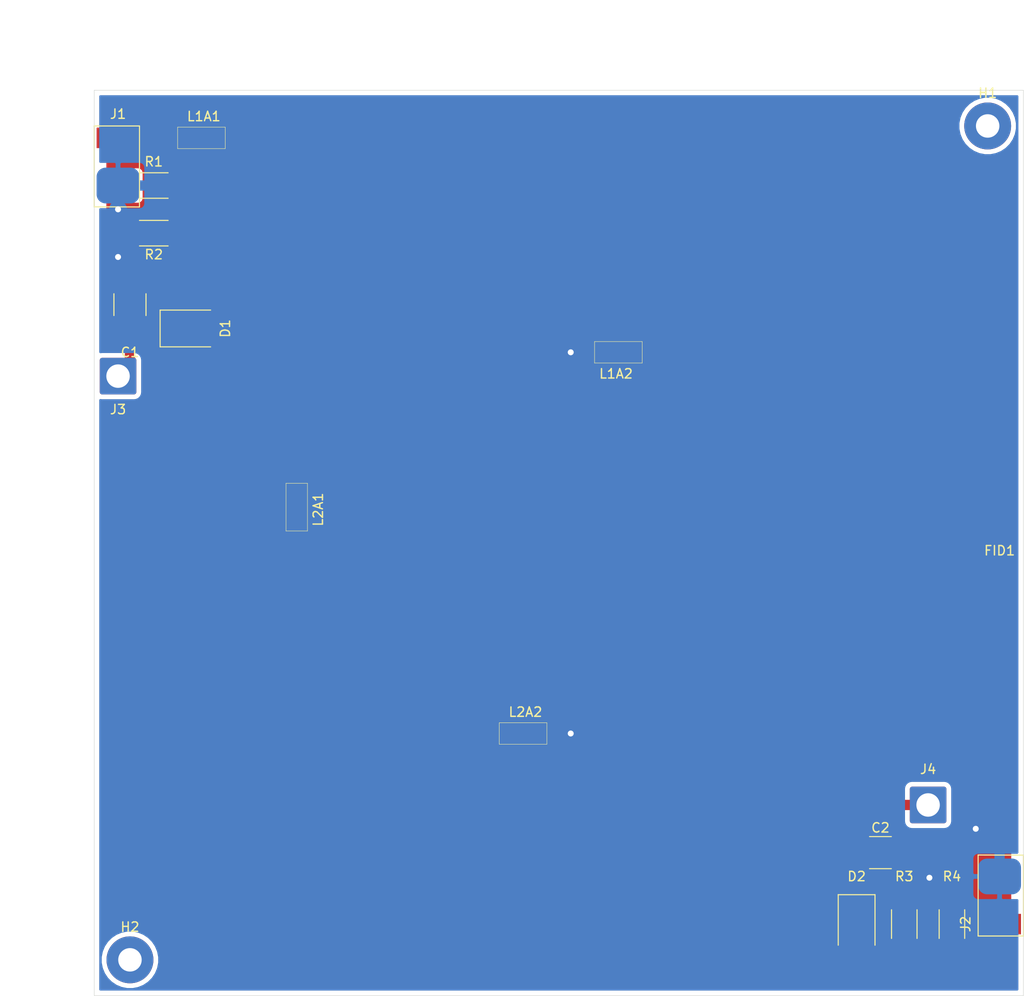
<source format=kicad_pcb>
(kicad_pcb (version 20171130) (host pcbnew "(5.1.12)-1")

  (general
    (thickness 1.6)
    (drawings 10)
    (tracks 792)
    (zones 0)
    (modules 19)
    (nets 8)
  )

  (page A4)
  (title_block
    (title "Directional Coupler")
    (date 2021-11-28)
    (rev 2)
  )

  (layers
    (0 F.Cu signal)
    (31 B.Cu signal hide)
    (32 B.Adhes user hide)
    (33 F.Adhes user hide)
    (34 B.Paste user hide)
    (35 F.Paste user hide)
    (36 B.SilkS user hide)
    (37 F.SilkS user hide)
    (38 B.Mask user hide)
    (39 F.Mask user hide)
    (40 Dwgs.User user)
    (41 Cmts.User user hide)
    (42 Eco1.User user hide)
    (43 Eco2.User user hide)
    (44 Edge.Cuts user)
    (45 Margin user hide)
    (46 B.CrtYd user hide)
    (47 F.CrtYd user)
    (48 B.Fab user hide)
    (49 F.Fab user hide)
  )

  (setup
    (last_trace_width 1.0922)
    (user_trace_width 1.0922)
    (user_trace_width 2.1844)
    (trace_clearance 0.2)
    (zone_clearance 1.27)
    (zone_45_only no)
    (trace_min 0.2)
    (via_size 0.8)
    (via_drill 0.4)
    (via_min_size 0.4)
    (via_min_drill 0.3)
    (user_via 1 0.3)
    (user_via 1.905 0.635)
    (uvia_size 0.3)
    (uvia_drill 0.1)
    (uvias_allowed no)
    (uvia_min_size 0.2)
    (uvia_min_drill 0.1)
    (edge_width 0.05)
    (segment_width 0.2)
    (pcb_text_width 0.3)
    (pcb_text_size 1.5 1.5)
    (mod_edge_width 0.12)
    (mod_text_size 1 1)
    (mod_text_width 0.15)
    (pad_size 1.524 1.524)
    (pad_drill 0.762)
    (pad_to_mask_clearance 0)
    (aux_axis_origin 0 0)
    (visible_elements 7FFFFF7F)
    (pcbplotparams
      (layerselection 0x01090_ffffffff)
      (usegerberextensions false)
      (usegerberattributes true)
      (usegerberadvancedattributes true)
      (creategerberjobfile true)
      (excludeedgelayer true)
      (linewidth 0.100000)
      (plotframeref false)
      (viasonmask false)
      (mode 1)
      (useauxorigin false)
      (hpglpennumber 1)
      (hpglpenspeed 20)
      (hpglpendiameter 15.000000)
      (psnegative false)
      (psa4output false)
      (plotreference true)
      (plotvalue true)
      (plotinvisibletext false)
      (padsonsilk false)
      (subtractmaskfromsilk false)
      (outputformat 1)
      (mirror false)
      (drillshape 0)
      (scaleselection 1)
      (outputdirectory "Gerber/"))
  )

  (net 0 "")
  (net 1 GND)
  (net 2 /Fwd_Out)
  (net 3 /Refl_Out)
  (net 4 /Fwd)
  (net 5 /Refl)
  (net 6 /Signal_In)
  (net 7 /Signal_Out)

  (net_class Default "This is the default net class."
    (clearance 0.2)
    (trace_width 0.25)
    (via_dia 0.8)
    (via_drill 0.4)
    (uvia_dia 0.3)
    (uvia_drill 0.1)
    (add_net /Fwd)
    (add_net /Fwd_Out)
    (add_net /Refl)
    (add_net /Refl_Out)
    (add_net /Signal_In)
    (add_net /Signal_Out)
    (add_net GND)
  )

  (module SWR_02:Coil_PCB_85mil (layer F.Cu) (tedit 61A47C98) (tstamp 61A4ACF9)
    (at 62.23 30.48)
    (descr "Inductor SMD 0201 (0603 Metric), square (rectangular) end terminal, IPC_7351 nominal, (Body size source: https://www.vishay.com/docs/20052/crcw0201e3.pdf), generated with kicad-footprint-generator")
    (tags inductor)
    (path /61A49D32)
    (attr smd)
    (fp_text reference L1A1 (at 0.254 -2.286) (layer F.SilkS)
      (effects (font (size 1 1) (thickness 0.15)))
    )
    (fp_text value n=1 (at 0 1.905) (layer F.Fab)
      (effects (font (size 0.508 0.508) (thickness 0.1016)))
    )
    (fp_line (start 1.27 0) (end -1.27 0) (layer F.Cu) (width 2.159))
    (fp_line (start -2.54 1.143) (end 2.54 1.143) (layer F.SilkS) (width 0.04953))
    (fp_line (start 2.54 -1.143) (end 2.54 1.143) (layer F.SilkS) (width 0.04953))
    (fp_line (start -2.54 -1.143) (end 2.54 -1.143) (layer F.SilkS) (width 0.04953))
    (fp_line (start -2.54 1.143) (end -2.54 -1.143) (layer F.SilkS) (width 0.04953))
    (fp_text user %R (at 0 -1.27) (layer F.Fab)
      (effects (font (size 0.25 0.25) (thickness 0.04)))
    )
    (pad 2 smd rect (at 1.27 0) (size 2.032 2.159) (layers F.Cu F.Mask)
      (net 7 /Signal_Out))
    (pad 1 smd rect (at -1.27 0) (size 2.032 2.159) (layers F.Cu)
      (net 6 /Signal_In))
    (model ${KISYS3DMOD}/Inductor_SMD.3dshapes/L_0201_0603Metric.wrl
      (at (xyz 0 0 0))
      (scale (xyz 1 1 1))
      (rotate (xyz 0 0 0))
    )
  )

  (module SWR_02:Coil_PCB_85mil (layer F.Cu) (tedit 61A47C98) (tstamp 61A4AD04)
    (at 106.68 53.34 180)
    (descr "Inductor SMD 0201 (0603 Metric), square (rectangular) end terminal, IPC_7351 nominal, (Body size source: https://www.vishay.com/docs/20052/crcw0201e3.pdf), generated with kicad-footprint-generator")
    (tags inductor)
    (path /61A4ACBC)
    (attr smd)
    (fp_text reference L1A2 (at 0.254 -2.286) (layer F.SilkS)
      (effects (font (size 1 1) (thickness 0.15)))
    )
    (fp_text value n=4 (at 0 1.905) (layer F.Fab)
      (effects (font (size 0.508 0.508) (thickness 0.1016)))
    )
    (fp_line (start 1.27 0) (end -1.27 0) (layer F.Cu) (width 2.159))
    (fp_line (start -2.54 1.143) (end 2.54 1.143) (layer F.SilkS) (width 0.04953))
    (fp_line (start 2.54 -1.143) (end 2.54 1.143) (layer F.SilkS) (width 0.04953))
    (fp_line (start -2.54 -1.143) (end 2.54 -1.143) (layer F.SilkS) (width 0.04953))
    (fp_line (start -2.54 1.143) (end -2.54 -1.143) (layer F.SilkS) (width 0.04953))
    (fp_text user %R (at 0 -1.27) (layer F.Fab)
      (effects (font (size 0.25 0.25) (thickness 0.04)))
    )
    (pad 2 smd rect (at 1.27 0 180) (size 2.032 2.159) (layers F.Cu F.Mask)
      (net 1 GND))
    (pad 1 smd rect (at -1.27 0 180) (size 2.032 2.159) (layers F.Cu)
      (net 4 /Fwd))
    (model ${KISYS3DMOD}/Inductor_SMD.3dshapes/L_0201_0603Metric.wrl
      (at (xyz 0 0 0))
      (scale (xyz 1 1 1))
      (rotate (xyz 0 0 0))
    )
  )

  (module SWR_02:Coil_PCB_85mil (layer F.Cu) (tedit 61A47C98) (tstamp 61A4AD0F)
    (at 72.39 69.85 270)
    (descr "Inductor SMD 0201 (0603 Metric), square (rectangular) end terminal, IPC_7351 nominal, (Body size source: https://www.vishay.com/docs/20052/crcw0201e3.pdf), generated with kicad-footprint-generator")
    (tags inductor)
    (path /61A4A223)
    (attr smd)
    (fp_text reference L2A1 (at 0.254 -2.286 90) (layer F.SilkS)
      (effects (font (size 1 1) (thickness 0.15)))
    )
    (fp_text value n=1 (at 0 1.905 90) (layer F.Fab)
      (effects (font (size 0.508 0.508) (thickness 0.1016)))
    )
    (fp_line (start 1.27 0) (end -1.27 0) (layer F.Cu) (width 2.159))
    (fp_line (start -2.54 1.143) (end 2.54 1.143) (layer F.SilkS) (width 0.04953))
    (fp_line (start 2.54 -1.143) (end 2.54 1.143) (layer F.SilkS) (width 0.04953))
    (fp_line (start -2.54 -1.143) (end 2.54 -1.143) (layer F.SilkS) (width 0.04953))
    (fp_line (start -2.54 1.143) (end -2.54 -1.143) (layer F.SilkS) (width 0.04953))
    (fp_text user %R (at 0 -1.27 90) (layer F.Fab)
      (effects (font (size 0.25 0.25) (thickness 0.04)))
    )
    (pad 2 smd rect (at 1.27 0 270) (size 2.032 2.159) (layers F.Cu F.Mask)
      (net 5 /Refl))
    (pad 1 smd rect (at -1.27 0 270) (size 2.032 2.159) (layers F.Cu)
      (net 4 /Fwd))
    (model ${KISYS3DMOD}/Inductor_SMD.3dshapes/L_0201_0603Metric.wrl
      (at (xyz 0 0 0))
      (scale (xyz 1 1 1))
      (rotate (xyz 0 0 0))
    )
  )

  (module SWR_02:Coil_PCB_85mil (layer F.Cu) (tedit 61A47C98) (tstamp 61A4AD1A)
    (at 96.52 93.98)
    (descr "Inductor SMD 0201 (0603 Metric), square (rectangular) end terminal, IPC_7351 nominal, (Body size source: https://www.vishay.com/docs/20052/crcw0201e3.pdf), generated with kicad-footprint-generator")
    (tags inductor)
    (path /61A4B2A9)
    (attr smd)
    (fp_text reference L2A2 (at 0.254 -2.286) (layer F.SilkS)
      (effects (font (size 1 1) (thickness 0.15)))
    )
    (fp_text value n=4 (at 0 1.905) (layer F.Fab)
      (effects (font (size 0.508 0.508) (thickness 0.1016)))
    )
    (fp_line (start 1.27 0) (end -1.27 0) (layer F.Cu) (width 2.159))
    (fp_line (start -2.54 1.143) (end 2.54 1.143) (layer F.SilkS) (width 0.04953))
    (fp_line (start 2.54 -1.143) (end 2.54 1.143) (layer F.SilkS) (width 0.04953))
    (fp_line (start -2.54 -1.143) (end 2.54 -1.143) (layer F.SilkS) (width 0.04953))
    (fp_line (start -2.54 1.143) (end -2.54 -1.143) (layer F.SilkS) (width 0.04953))
    (fp_text user %R (at 0 -1.27) (layer F.Fab)
      (effects (font (size 0.25 0.25) (thickness 0.04)))
    )
    (pad 2 smd rect (at 1.27 0) (size 2.032 2.159) (layers F.Cu F.Mask)
      (net 1 GND))
    (pad 1 smd rect (at -1.27 0) (size 2.032 2.159) (layers F.Cu)
      (net 7 /Signal_Out))
    (model ${KISYS3DMOD}/Inductor_SMD.3dshapes/L_0201_0603Metric.wrl
      (at (xyz 0 0 0))
      (scale (xyz 1 1 1))
      (rotate (xyz 0 0 0))
    )
  )

  (module Fiducial:Fiducial_0.75mm_Mask1.5mm (layer F.Cu) (tedit 5C18CB26) (tstamp 61935E1B)
    (at 147.32 76.2)
    (descr "Circular Fiducial, 0.75mm bare copper, 1.5mm soldermask opening (Level B)")
    (tags fiducial)
    (path /61938A0B)
    (attr smd)
    (fp_text reference FID1 (at 0 -1.7145) (layer F.SilkS)
      (effects (font (size 1 1) (thickness 0.15)))
    )
    (fp_text value Fiducial (at 0 1.7145) (layer F.Fab)
      (effects (font (size 1 1) (thickness 0.15)))
    )
    (fp_circle (center 0 0) (end 1 0) (layer F.CrtYd) (width 0.05))
    (fp_circle (center 0 0) (end 0.75 0) (layer F.Fab) (width 0.1))
    (fp_text user %R (at 0 0) (layer F.Fab)
      (effects (font (size 0.2 0.2) (thickness 0.04)))
    )
    (pad "" smd circle (at 0 0) (size 0.75 0.75) (layers F.Cu F.Mask)
      (solder_mask_margin 0.375) (clearance 0.375))
  )

  (module SWR_02:BNC_Custom_01_SMT (layer F.Cu) (tedit 61A45612) (tstamp 61A4B2CF)
    (at 146.05 114.3 270)
    (descr "dual independently isolated BNC plug (https://www.amphenolrf.com/downloads/dl/file/id/2980/product/644/031_6575_customer_drawing.pdf)")
    (tags "Dual BNC Amphenol Horizontal")
    (path /61926341)
    (fp_text reference J2 (at 0 2.35 90) (layer F.SilkS)
      (effects (font (size 1 1) (thickness 0.15)))
    )
    (fp_text value Conn_Coaxial (at 0 4.35 270) (layer F.Fab)
      (effects (font (size 1 1) (thickness 0.15)))
    )
    (fp_line (start -7.2 1.05) (end 1.27 1.016) (layer F.Fab) (width 0.1))
    (fp_line (start 1.27 1.016) (end 1.27 -3.556) (layer F.Fab) (width 0.1))
    (fp_line (start 1.27 -3.556) (end -7.2 -3.556) (layer F.Fab) (width 0.1))
    (fp_line (start -7.2 -3.556) (end -7.2 1.016) (layer F.Fab) (width 0.1))
    (fp_line (start -7.366 -3.81) (end 1.27 -3.81) (layer F.SilkS) (width 0.12))
    (fp_line (start 1.27 -3.81) (end 1.27 1.016) (layer F.SilkS) (width 0.12))
    (fp_line (start 1.27 1.016) (end -7.366 1.016) (layer F.SilkS) (width 0.12))
    (fp_line (start -7.366 1.016) (end -7.35 -3.81) (layer F.SilkS) (width 0.12))
    (fp_text user %R (at 5.08 2.54 90) (layer F.Fab)
      (effects (font (size 1 1) (thickness 0.15)))
    )
    (pad 2 connect roundrect (at -5.08 -1.27 270) (size 3.81 4.572) (layers B.Cu B.Mask) (roundrect_rratio 0.25)
      (net 1 GND))
    (pad 1 connect rect (at 0 -1.27 270) (size 2.1844 4.572) (layers F.Cu F.Mask)
      (net 7 /Signal_Out))
    (model ${KISYS3DMOD}/Connector_Coaxial.3dshapes/BNC_Amphenol_031-6575_Horizontal.wrl
      (at (xyz 0 0 0))
      (scale (xyz 1 1 1))
      (rotate (xyz 0 0 0))
    )
  )

  (module SWR_02:BNC_Custom_01_SMT (layer F.Cu) (tedit 61A45612) (tstamp 61A4B2C0)
    (at 54.61 30.48 90)
    (descr "dual independently isolated BNC plug (https://www.amphenolrf.com/downloads/dl/file/id/2980/product/644/031_6575_customer_drawing.pdf)")
    (tags "Dual BNC Amphenol Horizontal")
    (path /61922C47)
    (fp_text reference J1 (at 2.54 -1.27 180) (layer F.SilkS)
      (effects (font (size 1 1) (thickness 0.15)))
    )
    (fp_text value Conn_Coaxial (at 0 4.35 270) (layer F.Fab)
      (effects (font (size 1 1) (thickness 0.15)))
    )
    (fp_line (start -7.2 1.05) (end 1.27 1.016) (layer F.Fab) (width 0.1))
    (fp_line (start 1.27 1.016) (end 1.27 -3.556) (layer F.Fab) (width 0.1))
    (fp_line (start 1.27 -3.556) (end -7.2 -3.556) (layer F.Fab) (width 0.1))
    (fp_line (start -7.2 -3.556) (end -7.2 1.016) (layer F.Fab) (width 0.1))
    (fp_line (start -7.366 -3.81) (end 1.27 -3.81) (layer F.SilkS) (width 0.12))
    (fp_line (start 1.27 -3.81) (end 1.27 1.016) (layer F.SilkS) (width 0.12))
    (fp_line (start 1.27 1.016) (end -7.366 1.016) (layer F.SilkS) (width 0.12))
    (fp_line (start -7.366 1.016) (end -7.35 -3.81) (layer F.SilkS) (width 0.12))
    (fp_text user %R (at 5.08 2.54 90) (layer F.Fab)
      (effects (font (size 1 1) (thickness 0.15)))
    )
    (pad 2 connect roundrect (at -5.08 -1.27 90) (size 3.81 4.572) (layers B.Cu B.Mask) (roundrect_rratio 0.25)
      (net 1 GND))
    (pad 1 connect rect (at 0 -1.27 90) (size 2.1844 4.572) (layers F.Cu F.Mask)
      (net 6 /Signal_In))
    (model ${KISYS3DMOD}/Connector_Coaxial.3dshapes/BNC_Amphenol_031-6575_Horizontal.wrl
      (at (xyz 0 0 0))
      (scale (xyz 1 1 1))
      (rotate (xyz 0 0 0))
    )
  )

  (module MountingHole:MountingHole_2.5mm_Pad_TopBottom (layer F.Cu) (tedit 56D1B4CB) (tstamp 6193587F)
    (at 54.61 118.11)
    (descr "Mounting Hole 2.5mm")
    (tags "mounting hole 2.5mm")
    (path /61937A9B)
    (attr virtual)
    (fp_text reference H2 (at 0 -3.5) (layer F.SilkS)
      (effects (font (size 1 1) (thickness 0.15)))
    )
    (fp_text value MountingHole (at 0 3.5) (layer F.Fab)
      (effects (font (size 1 1) (thickness 0.15)))
    )
    (fp_circle (center 0 0) (end 2.75 0) (layer F.CrtYd) (width 0.05))
    (fp_circle (center 0 0) (end 2.5 0) (layer Cmts.User) (width 0.15))
    (fp_text user %R (at 0.3 0) (layer F.Fab)
      (effects (font (size 1 1) (thickness 0.15)))
    )
    (pad 1 connect circle (at 0 0) (size 5 5) (layers B.Cu B.Mask))
    (pad 1 connect circle (at 0 0) (size 5 5) (layers F.Cu F.Mask))
    (pad 1 thru_hole circle (at 0 0) (size 2.9 2.9) (drill 2.5) (layers *.Cu *.Mask))
  )

  (module MountingHole:MountingHole_2.5mm_Pad_TopBottom (layer F.Cu) (tedit 56D1B4CB) (tstamp 61A4C51B)
    (at 146.05 29.21)
    (descr "Mounting Hole 2.5mm")
    (tags "mounting hole 2.5mm")
    (path /619372E4)
    (attr virtual)
    (fp_text reference H1 (at 0 -3.5) (layer F.SilkS)
      (effects (font (size 1 1) (thickness 0.15)))
    )
    (fp_text value MountingHole (at 0 3.5) (layer F.Fab)
      (effects (font (size 1 1) (thickness 0.15)))
    )
    (fp_circle (center 0 0) (end 2.75 0) (layer F.CrtYd) (width 0.05))
    (fp_circle (center 0 0) (end 2.5 0) (layer Cmts.User) (width 0.15))
    (fp_text user %R (at 0.3 0) (layer F.Fab)
      (effects (font (size 1 1) (thickness 0.15)))
    )
    (pad 1 connect circle (at 0 0) (size 5 5) (layers B.Cu B.Mask))
    (pad 1 connect circle (at 0 0) (size 5 5) (layers F.Cu F.Mask))
    (pad 1 thru_hole circle (at 0 0) (size 2.9 2.9) (drill 2.5) (layers *.Cu *.Mask))
  )

  (module Diode_SMD:D_1812_4532Metric_Pad1.30x3.40mm_HandSolder (layer F.Cu) (tedit 5F68FEF0) (tstamp 619248F9)
    (at 132.08 114.3 270)
    (descr "Diode SMD 1812 (4532 Metric), square (rectangular) end terminal, IPC_7351 nominal, (Body size source: https://www.nikhef.nl/pub/departments/mt/projects/detectorR_D/dtddice/ERJ2G.pdf), generated with kicad-footprint-generator")
    (tags "diode handsolder")
    (path /6192C38C)
    (attr smd)
    (fp_text reference D2 (at -5.08 0 180) (layer F.SilkS)
      (effects (font (size 1 1) (thickness 0.15)))
    )
    (fp_text value D (at 0 2.65 90) (layer F.Fab)
      (effects (font (size 1 1) (thickness 0.15)))
    )
    (fp_line (start 3.12 1.95) (end -3.12 1.95) (layer F.CrtYd) (width 0.05))
    (fp_line (start 3.12 -1.95) (end 3.12 1.95) (layer F.CrtYd) (width 0.05))
    (fp_line (start -3.12 -1.95) (end 3.12 -1.95) (layer F.CrtYd) (width 0.05))
    (fp_line (start -3.12 1.95) (end -3.12 -1.95) (layer F.CrtYd) (width 0.05))
    (fp_line (start -3.135 1.96) (end 2.25 1.96) (layer F.SilkS) (width 0.12))
    (fp_line (start -3.135 -1.96) (end -3.135 1.96) (layer F.SilkS) (width 0.12))
    (fp_line (start 2.25 -1.96) (end -3.135 -1.96) (layer F.SilkS) (width 0.12))
    (fp_line (start 2.25 1.6) (end 2.25 -1.6) (layer F.Fab) (width 0.1))
    (fp_line (start -2.25 1.6) (end 2.25 1.6) (layer F.Fab) (width 0.1))
    (fp_line (start -2.25 -0.8) (end -2.25 1.6) (layer F.Fab) (width 0.1))
    (fp_line (start -1.45 -1.6) (end -2.25 -0.8) (layer F.Fab) (width 0.1))
    (fp_line (start 2.25 -1.6) (end -1.45 -1.6) (layer F.Fab) (width 0.1))
    (fp_text user %R (at -4.7115 0 180) (layer F.Fab)
      (effects (font (size 1 1) (thickness 0.15)))
    )
    (pad 2 smd roundrect (at 2.225 0 270) (size 1.3 3.4) (layers F.Cu F.Paste F.Mask) (roundrect_rratio 0.1923069230769231)
      (net 5 /Refl))
    (pad 1 smd roundrect (at -2.225 0 270) (size 1.3 3.4) (layers F.Cu F.Paste F.Mask) (roundrect_rratio 0.1923069230769231)
      (net 3 /Refl_Out))
    (model ${KISYS3DMOD}/Diode_SMD.3dshapes/D_1812_4532Metric.wrl
      (at (xyz 0 0 0))
      (scale (xyz 1 1 1))
      (rotate (xyz 0 0 0))
    )
  )

  (module Diode_SMD:D_1812_4532Metric_Pad1.30x3.40mm_HandSolder (layer F.Cu) (tedit 5F68FEF0) (tstamp 61A4BDE2)
    (at 60.96 50.8)
    (descr "Diode SMD 1812 (4532 Metric), square (rectangular) end terminal, IPC_7351 nominal, (Body size source: https://www.nikhef.nl/pub/departments/mt/projects/detectorR_D/dtddice/ERJ2G.pdf), generated with kicad-footprint-generator")
    (tags "diode handsolder")
    (path /6192CED5)
    (attr smd)
    (fp_text reference D1 (at 3.81 0 270) (layer F.SilkS)
      (effects (font (size 1 1) (thickness 0.15)))
    )
    (fp_text value D (at 0 2.65) (layer F.Fab)
      (effects (font (size 1 1) (thickness 0.15)))
    )
    (fp_line (start 3.12 1.95) (end -3.12 1.95) (layer F.CrtYd) (width 0.05))
    (fp_line (start 3.12 -1.95) (end 3.12 1.95) (layer F.CrtYd) (width 0.05))
    (fp_line (start -3.12 -1.95) (end 3.12 -1.95) (layer F.CrtYd) (width 0.05))
    (fp_line (start -3.12 1.95) (end -3.12 -1.95) (layer F.CrtYd) (width 0.05))
    (fp_line (start -3.135 1.96) (end 2.25 1.96) (layer F.SilkS) (width 0.12))
    (fp_line (start -3.135 -1.96) (end -3.135 1.96) (layer F.SilkS) (width 0.12))
    (fp_line (start 2.25 -1.96) (end -3.135 -1.96) (layer F.SilkS) (width 0.12))
    (fp_line (start 2.25 1.6) (end 2.25 -1.6) (layer F.Fab) (width 0.1))
    (fp_line (start -2.25 1.6) (end 2.25 1.6) (layer F.Fab) (width 0.1))
    (fp_line (start -2.25 -0.8) (end -2.25 1.6) (layer F.Fab) (width 0.1))
    (fp_line (start -1.45 -1.6) (end -2.25 -0.8) (layer F.Fab) (width 0.1))
    (fp_line (start 2.25 -1.6) (end -1.45 -1.6) (layer F.Fab) (width 0.1))
    (fp_text user %R (at -2.4005 -3.048) (layer F.Fab)
      (effects (font (size 1 1) (thickness 0.15)))
    )
    (pad 2 smd roundrect (at 2.225 0) (size 1.3 3.4) (layers F.Cu F.Paste F.Mask) (roundrect_rratio 0.1923069230769231)
      (net 4 /Fwd))
    (pad 1 smd roundrect (at -2.225 0) (size 1.3 3.4) (layers F.Cu F.Paste F.Mask) (roundrect_rratio 0.1923069230769231)
      (net 2 /Fwd_Out))
    (model ${KISYS3DMOD}/Diode_SMD.3dshapes/D_1812_4532Metric.wrl
      (at (xyz 0 0 0))
      (scale (xyz 1 1 1))
      (rotate (xyz 0 0 0))
    )
  )

  (module Capacitor_SMD:C_1812_4532Metric_Pad1.57x3.40mm_HandSolder (layer F.Cu) (tedit 5F68FEEF) (tstamp 61934D2F)
    (at 54.61 48.26 270)
    (descr "Capacitor SMD 1812 (4532 Metric), square (rectangular) end terminal, IPC_7351 nominal with elongated pad for handsoldering. (Body size source: IPC-SM-782 page 76, https://www.pcb-3d.com/wordpress/wp-content/uploads/ipc-sm-782a_amendment_1_and_2.pdf), generated with kicad-footprint-generator")
    (tags "capacitor handsolder")
    (path /6192E190)
    (attr smd)
    (fp_text reference C1 (at 5.08 0 180) (layer F.SilkS)
      (effects (font (size 1 1) (thickness 0.15)))
    )
    (fp_text value 10n (at 0 2.65 90) (layer F.Fab)
      (effects (font (size 1 1) (thickness 0.15)))
    )
    (fp_line (start 3.18 1.95) (end -3.18 1.95) (layer F.CrtYd) (width 0.05))
    (fp_line (start 3.18 -1.95) (end 3.18 1.95) (layer F.CrtYd) (width 0.05))
    (fp_line (start -3.18 -1.95) (end 3.18 -1.95) (layer F.CrtYd) (width 0.05))
    (fp_line (start -3.18 1.95) (end -3.18 -1.95) (layer F.CrtYd) (width 0.05))
    (fp_line (start -1.161252 1.71) (end 1.161252 1.71) (layer F.SilkS) (width 0.12))
    (fp_line (start -1.161252 -1.71) (end 1.161252 -1.71) (layer F.SilkS) (width 0.12))
    (fp_line (start 2.25 1.6) (end -2.25 1.6) (layer F.Fab) (width 0.1))
    (fp_line (start 2.25 -1.6) (end 2.25 1.6) (layer F.Fab) (width 0.1))
    (fp_line (start -2.25 -1.6) (end 2.25 -1.6) (layer F.Fab) (width 0.1))
    (fp_line (start -2.25 1.6) (end -2.25 -1.6) (layer F.Fab) (width 0.1))
    (fp_text user %R (at 0 0 90) (layer F.Fab)
      (effects (font (size 1 1) (thickness 0.15)))
    )
    (pad 2 smd roundrect (at 2.1375 0 270) (size 1.575 3.4) (layers F.Cu F.Paste F.Mask) (roundrect_rratio 0.1587288888888889)
      (net 2 /Fwd_Out))
    (pad 1 smd roundrect (at -2.1375 0 270) (size 1.575 3.4) (layers F.Cu F.Paste F.Mask) (roundrect_rratio 0.1587288888888889)
      (net 1 GND))
    (model ${KISYS3DMOD}/Capacitor_SMD.3dshapes/C_1812_4532Metric.wrl
      (at (xyz 0 0 0))
      (scale (xyz 1 1 1))
      (rotate (xyz 0 0 0))
    )
  )

  (module Capacitor_SMD:C_1812_4532Metric_Pad1.57x3.40mm_HandSolder (layer F.Cu) (tedit 5F68FEEF) (tstamp 61934D40)
    (at 134.62 106.68)
    (descr "Capacitor SMD 1812 (4532 Metric), square (rectangular) end terminal, IPC_7351 nominal with elongated pad for handsoldering. (Body size source: IPC-SM-782 page 76, https://www.pcb-3d.com/wordpress/wp-content/uploads/ipc-sm-782a_amendment_1_and_2.pdf), generated with kicad-footprint-generator")
    (tags "capacitor handsolder")
    (path /6192EE40)
    (attr smd)
    (fp_text reference C2 (at 0 -2.65) (layer F.SilkS)
      (effects (font (size 1 1) (thickness 0.15)))
    )
    (fp_text value 10n (at 0 2.65) (layer F.Fab)
      (effects (font (size 1 1) (thickness 0.15)))
    )
    (fp_line (start 3.18 1.95) (end -3.18 1.95) (layer F.CrtYd) (width 0.05))
    (fp_line (start 3.18 -1.95) (end 3.18 1.95) (layer F.CrtYd) (width 0.05))
    (fp_line (start -3.18 -1.95) (end 3.18 -1.95) (layer F.CrtYd) (width 0.05))
    (fp_line (start -3.18 1.95) (end -3.18 -1.95) (layer F.CrtYd) (width 0.05))
    (fp_line (start -1.161252 1.71) (end 1.161252 1.71) (layer F.SilkS) (width 0.12))
    (fp_line (start -1.161252 -1.71) (end 1.161252 -1.71) (layer F.SilkS) (width 0.12))
    (fp_line (start 2.25 1.6) (end -2.25 1.6) (layer F.Fab) (width 0.1))
    (fp_line (start 2.25 -1.6) (end 2.25 1.6) (layer F.Fab) (width 0.1))
    (fp_line (start -2.25 -1.6) (end 2.25 -1.6) (layer F.Fab) (width 0.1))
    (fp_line (start -2.25 1.6) (end -2.25 -1.6) (layer F.Fab) (width 0.1))
    (fp_text user %R (at 0 0) (layer F.Fab)
      (effects (font (size 1 1) (thickness 0.15)))
    )
    (pad 2 smd roundrect (at 2.1375 0) (size 1.575 3.4) (layers F.Cu F.Paste F.Mask) (roundrect_rratio 0.1587288888888889)
      (net 1 GND))
    (pad 1 smd roundrect (at -2.1375 0) (size 1.575 3.4) (layers F.Cu F.Paste F.Mask) (roundrect_rratio 0.1587288888888889)
      (net 3 /Refl_Out))
    (model ${KISYS3DMOD}/Capacitor_SMD.3dshapes/C_1812_4532Metric.wrl
      (at (xyz 0 0 0))
      (scale (xyz 1 1 1))
      (rotate (xyz 0 0 0))
    )
  )

  (module SWR_01:SolderWire-2sqmm_1 (layer F.Cu) (tedit 61923774) (tstamp 619270AC)
    (at 139.7 101.6)
    (descr "Soldered wire connection, for 6 times 2 mm² wires, reinforced insulation, conductor diameter 2mm, outer diameter 3.9mm, size source Multi-Contact FLEXI-xV 2.0 (https://ec.staubli.com/AcroFiles/Catalogues/TM_Cab-Main-11014119_(en)_hi.pdf), bend radius 3 times outer diameter, generated with kicad-footprint-generator")
    (tags "connector wire 2sqmm")
    (path /61934961)
    (attr virtual)
    (fp_text reference J4 (at 0 -3.81) (layer F.SilkS)
      (effects (font (size 1 1) (thickness 0.15)))
    )
    (fp_text value Conn_01 (at 0 3.81) (layer F.Fab)
      (effects (font (size 1 1) (thickness 0.15)))
    )
    (fp_line (start 2.7 -2.45) (end -2.7 -2.45) (layer F.CrtYd) (width 0.05))
    (fp_line (start 2.7 2.45) (end 2.7 -2.45) (layer F.CrtYd) (width 0.05))
    (fp_line (start -2.7 2.45) (end 2.7 2.45) (layer F.CrtYd) (width 0.05))
    (fp_line (start -2.7 -2.45) (end -2.7 2.45) (layer F.CrtYd) (width 0.05))
    (fp_circle (center 0 0) (end 1.95 0) (layer F.Fab) (width 0.1))
    (fp_text user %R (at 3.81 0 -90) (layer F.Fab)
      (effects (font (size 1 1) (thickness 0.15)))
    )
    (pad 1 thru_hole roundrect (at 0 0) (size 3.9 3.9) (drill 2.5) (layers *.Cu *.Mask) (roundrect_rratio 0.06410282051282051)
      (net 3 /Refl_Out))
    (model ${KISYS3DMOD}/Connector_Wire.3dshapes/SolderWire-2sqmm_1x06_P7.8mm_D2mm_OD3.9mm.wrl
      (at (xyz 0 0 0))
      (scale (xyz 1 1 1))
      (rotate (xyz 0 0 0))
    )
  )

  (module SWR_01:SolderWire-2sqmm_1 (layer F.Cu) (tedit 61923774) (tstamp 619270A1)
    (at 53.34 55.88 90)
    (descr "Soldered wire connection, for 6 times 2 mm² wires, reinforced insulation, conductor diameter 2mm, outer diameter 3.9mm, size source Multi-Contact FLEXI-xV 2.0 (https://ec.staubli.com/AcroFiles/Catalogues/TM_Cab-Main-11014119_(en)_hi.pdf), bend radius 3 times outer diameter, generated with kicad-footprint-generator")
    (tags "connector wire 2sqmm")
    (path /619370E9)
    (attr virtual)
    (fp_text reference J3 (at -3.556 0 180) (layer F.SilkS)
      (effects (font (size 1 1) (thickness 0.15)))
    )
    (fp_text value Conn_01 (at 0 3.81 90) (layer F.Fab)
      (effects (font (size 1 1) (thickness 0.15)))
    )
    (fp_line (start 2.7 -2.45) (end -2.7 -2.45) (layer F.CrtYd) (width 0.05))
    (fp_line (start 2.7 2.45) (end 2.7 -2.45) (layer F.CrtYd) (width 0.05))
    (fp_line (start -2.7 2.45) (end 2.7 2.45) (layer F.CrtYd) (width 0.05))
    (fp_line (start -2.7 -2.45) (end -2.7 2.45) (layer F.CrtYd) (width 0.05))
    (fp_circle (center 0 0) (end 1.95 0) (layer F.Fab) (width 0.1))
    (fp_text user %R (at 3.81 0 180) (layer F.Fab)
      (effects (font (size 1 1) (thickness 0.15)))
    )
    (pad 1 thru_hole roundrect (at 0 0 90) (size 3.9 3.9) (drill 2.5) (layers *.Cu *.Mask) (roundrect_rratio 0.06410282051282051)
      (net 2 /Fwd_Out))
    (model ${KISYS3DMOD}/Connector_Wire.3dshapes/SolderWire-2sqmm_1x06_P7.8mm_D2mm_OD3.9mm.wrl
      (at (xyz 0 0 0))
      (scale (xyz 1 1 1))
      (rotate (xyz 0 0 0))
    )
  )

  (module SWR_01:R_2010_5025Metric_HandSolder (layer F.Cu) (tedit 5F68FEEE) (tstamp 61934D6F)
    (at 57.15 35.56 180)
    (descr "Resistor SMD 2010 (5025 Metric), square (rectangular) end terminal, IPC_7351 nominal with elongated pad for handsoldering. (Body size source: IPC-SM-782 page 72, https://www.pcb-3d.com/wordpress/wp-content/uploads/ipc-sm-782a_amendment_1_and_2.pdf), generated with kicad-footprint-generator")
    (tags "resistor handsolder")
    (path /6192ACBF)
    (attr smd)
    (fp_text reference R1 (at 0 2.54) (layer F.SilkS)
      (effects (font (size 1 1) (thickness 0.15)))
    )
    (fp_text value 100 (at 0 2.28) (layer F.Fab)
      (effects (font (size 1 1) (thickness 0.15)))
    )
    (fp_line (start -2.5 1.25) (end -2.5 -1.25) (layer F.Fab) (width 0.1))
    (fp_line (start -2.5 -1.25) (end 2.5 -1.25) (layer F.Fab) (width 0.1))
    (fp_line (start 2.5 -1.25) (end 2.5 1.25) (layer F.Fab) (width 0.1))
    (fp_line (start 2.5 1.25) (end -2.5 1.25) (layer F.Fab) (width 0.1))
    (fp_line (start -1.527064 -1.36) (end 1.527064 -1.36) (layer F.SilkS) (width 0.12))
    (fp_line (start -1.527064 1.36) (end 1.527064 1.36) (layer F.SilkS) (width 0.12))
    (fp_line (start -3.35 1.58) (end -3.35 -1.58) (layer F.CrtYd) (width 0.05))
    (fp_line (start -3.35 -1.58) (end 3.35 -1.58) (layer F.CrtYd) (width 0.05))
    (fp_line (start 3.35 -1.58) (end 3.35 1.58) (layer F.CrtYd) (width 0.05))
    (fp_line (start 3.35 1.58) (end -3.35 1.58) (layer F.CrtYd) (width 0.05))
    (fp_text user %R (at 5.22 0 270) (layer F.Fab)
      (effects (font (size 1 1) (thickness 0.15)))
    )
    (pad 1 smd roundrect (at -2.4 0 180) (size 1.4 2.65) (layers F.Cu F.Paste F.Mask) (roundrect_rratio 0.1785707142857143)
      (net 4 /Fwd))
    (pad 2 smd roundrect (at 2.4 0 180) (size 1.4 2.65) (layers F.Cu F.Paste F.Mask) (roundrect_rratio 0.1785707142857143)
      (net 1 GND))
    (model ${KISYS3DMOD}/Resistor_SMD.3dshapes/R_2010_5025Metric.wrl
      (at (xyz 0 0 0))
      (scale (xyz 1 1 1))
      (rotate (xyz 0 0 0))
    )
  )

  (module SWR_01:R_2010_5025Metric_HandSolder (layer F.Cu) (tedit 5F68FEEE) (tstamp 619351B2)
    (at 57.15 40.64 180)
    (descr "Resistor SMD 2010 (5025 Metric), square (rectangular) end terminal, IPC_7351 nominal with elongated pad for handsoldering. (Body size source: IPC-SM-782 page 72, https://www.pcb-3d.com/wordpress/wp-content/uploads/ipc-sm-782a_amendment_1_and_2.pdf), generated with kicad-footprint-generator")
    (tags "resistor handsolder")
    (path /6192B850)
    (attr smd)
    (fp_text reference R2 (at 0 -2.28) (layer F.SilkS)
      (effects (font (size 1 1) (thickness 0.15)))
    )
    (fp_text value 100 (at 0 -2.54) (layer F.Fab)
      (effects (font (size 1 1) (thickness 0.15)))
    )
    (fp_line (start 3.35 1.58) (end -3.35 1.58) (layer F.CrtYd) (width 0.05))
    (fp_line (start 3.35 -1.58) (end 3.35 1.58) (layer F.CrtYd) (width 0.05))
    (fp_line (start -3.35 -1.58) (end 3.35 -1.58) (layer F.CrtYd) (width 0.05))
    (fp_line (start -3.35 1.58) (end -3.35 -1.58) (layer F.CrtYd) (width 0.05))
    (fp_line (start -1.527064 1.36) (end 1.527064 1.36) (layer F.SilkS) (width 0.12))
    (fp_line (start -1.527064 -1.36) (end 1.527064 -1.36) (layer F.SilkS) (width 0.12))
    (fp_line (start 2.5 1.25) (end -2.5 1.25) (layer F.Fab) (width 0.1))
    (fp_line (start 2.5 -1.25) (end 2.5 1.25) (layer F.Fab) (width 0.1))
    (fp_line (start -2.5 -1.25) (end 2.5 -1.25) (layer F.Fab) (width 0.1))
    (fp_line (start -2.5 1.25) (end -2.5 -1.25) (layer F.Fab) (width 0.1))
    (fp_text user %R (at 4.94 0 270) (layer F.Fab)
      (effects (font (size 1 1) (thickness 0.15)))
    )
    (pad 2 smd roundrect (at 2.4 0 180) (size 1.4 2.65) (layers F.Cu F.Paste F.Mask) (roundrect_rratio 0.1785707142857143)
      (net 1 GND))
    (pad 1 smd roundrect (at -2.4 0 180) (size 1.4 2.65) (layers F.Cu F.Paste F.Mask) (roundrect_rratio 0.1785707142857143)
      (net 4 /Fwd))
    (model ${KISYS3DMOD}/Resistor_SMD.3dshapes/R_2010_5025Metric.wrl
      (at (xyz 0 0 0))
      (scale (xyz 1 1 1))
      (rotate (xyz 0 0 0))
    )
  )

  (module SWR_01:R_2010_5025Metric_HandSolder (layer F.Cu) (tedit 5F68FEEE) (tstamp 61934D91)
    (at 137.16 114.3 90)
    (descr "Resistor SMD 2010 (5025 Metric), square (rectangular) end terminal, IPC_7351 nominal with elongated pad for handsoldering. (Body size source: IPC-SM-782 page 72, https://www.pcb-3d.com/wordpress/wp-content/uploads/ipc-sm-782a_amendment_1_and_2.pdf), generated with kicad-footprint-generator")
    (tags "resistor handsolder")
    (path /6192A854)
    (attr smd)
    (fp_text reference R3 (at 5.08 0 180) (layer F.SilkS)
      (effects (font (size 1 1) (thickness 0.15)))
    )
    (fp_text value 100 (at 0 2.28 90) (layer F.Fab)
      (effects (font (size 1 1) (thickness 0.15)))
    )
    (fp_line (start 3.35 1.58) (end -3.35 1.58) (layer F.CrtYd) (width 0.05))
    (fp_line (start 3.35 -1.58) (end 3.35 1.58) (layer F.CrtYd) (width 0.05))
    (fp_line (start -3.35 -1.58) (end 3.35 -1.58) (layer F.CrtYd) (width 0.05))
    (fp_line (start -3.35 1.58) (end -3.35 -1.58) (layer F.CrtYd) (width 0.05))
    (fp_line (start -1.527064 1.36) (end 1.527064 1.36) (layer F.SilkS) (width 0.12))
    (fp_line (start -1.527064 -1.36) (end 1.527064 -1.36) (layer F.SilkS) (width 0.12))
    (fp_line (start 2.5 1.25) (end -2.5 1.25) (layer F.Fab) (width 0.1))
    (fp_line (start 2.5 -1.25) (end 2.5 1.25) (layer F.Fab) (width 0.1))
    (fp_line (start -2.5 -1.25) (end 2.5 -1.25) (layer F.Fab) (width 0.1))
    (fp_line (start -2.5 1.25) (end -2.5 -1.25) (layer F.Fab) (width 0.1))
    (fp_text user %R (at -5.956 0 180) (layer F.Fab)
      (effects (font (size 1 1) (thickness 0.15)))
    )
    (pad 2 smd roundrect (at 2.4 0 90) (size 1.4 2.65) (layers F.Cu F.Paste F.Mask) (roundrect_rratio 0.1785707142857143)
      (net 1 GND))
    (pad 1 smd roundrect (at -2.4 0 90) (size 1.4 2.65) (layers F.Cu F.Paste F.Mask) (roundrect_rratio 0.1785707142857143)
      (net 5 /Refl))
    (model ${KISYS3DMOD}/Resistor_SMD.3dshapes/R_2010_5025Metric.wrl
      (at (xyz 0 0 0))
      (scale (xyz 1 1 1))
      (rotate (xyz 0 0 0))
    )
  )

  (module SWR_01:R_2010_5025Metric_HandSolder (layer F.Cu) (tedit 5F68FEEE) (tstamp 61934DA2)
    (at 142.24 114.3 90)
    (descr "Resistor SMD 2010 (5025 Metric), square (rectangular) end terminal, IPC_7351 nominal with elongated pad for handsoldering. (Body size source: IPC-SM-782 page 72, https://www.pcb-3d.com/wordpress/wp-content/uploads/ipc-sm-782a_amendment_1_and_2.pdf), generated with kicad-footprint-generator")
    (tags "resistor handsolder")
    (path /61929F6D)
    (attr smd)
    (fp_text reference R4 (at 5.08 0 180) (layer F.SilkS)
      (effects (font (size 1 1) (thickness 0.15)))
    )
    (fp_text value 100 (at -0.368 -2.54 90) (layer F.Fab)
      (effects (font (size 1 1) (thickness 0.15)))
    )
    (fp_line (start -2.5 1.25) (end -2.5 -1.25) (layer F.Fab) (width 0.1))
    (fp_line (start -2.5 -1.25) (end 2.5 -1.25) (layer F.Fab) (width 0.1))
    (fp_line (start 2.5 -1.25) (end 2.5 1.25) (layer F.Fab) (width 0.1))
    (fp_line (start 2.5 1.25) (end -2.5 1.25) (layer F.Fab) (width 0.1))
    (fp_line (start -1.527064 -1.36) (end 1.527064 -1.36) (layer F.SilkS) (width 0.12))
    (fp_line (start -1.527064 1.36) (end 1.527064 1.36) (layer F.SilkS) (width 0.12))
    (fp_line (start -3.35 1.58) (end -3.35 -1.58) (layer F.CrtYd) (width 0.05))
    (fp_line (start -3.35 -1.58) (end 3.35 -1.58) (layer F.CrtYd) (width 0.05))
    (fp_line (start 3.35 -1.58) (end 3.35 1.58) (layer F.CrtYd) (width 0.05))
    (fp_line (start 3.35 1.58) (end -3.35 1.58) (layer F.CrtYd) (width 0.05))
    (fp_text user %R (at -5.956 0.508 180) (layer F.Fab)
      (effects (font (size 1 1) (thickness 0.15)))
    )
    (pad 1 smd roundrect (at -2.4 0 90) (size 1.4 2.65) (layers F.Cu F.Paste F.Mask) (roundrect_rratio 0.1785707142857143)
      (net 5 /Refl))
    (pad 2 smd roundrect (at 2.4 0 90) (size 1.4 2.65) (layers F.Cu F.Paste F.Mask) (roundrect_rratio 0.1785707142857143)
      (net 1 GND))
    (model ${KISYS3DMOD}/Resistor_SMD.3dshapes/R_2010_5025Metric.wrl
      (at (xyz 0 0 0))
      (scale (xyz 1 1 1))
      (rotate (xyz 0 0 0))
    )
  )

  (dimension 99.06 (width 0.15) (layer Dwgs.User)
    (gr_text "3.9000 in" (at 100.33 19.02) (layer Dwgs.User) (tstamp 61A4F670)
      (effects (font (size 1 1) (thickness 0.15)))
    )
    (feature1 (pts (xy 149.86 22.86) (xy 149.86 19.733579)))
    (feature2 (pts (xy 50.8 22.86) (xy 50.8 19.733579)))
    (crossbar (pts (xy 50.8 20.32) (xy 149.86 20.32)))
    (arrow1a (pts (xy 149.86 20.32) (xy 148.733496 20.906421)))
    (arrow1b (pts (xy 149.86 20.32) (xy 148.733496 19.733579)))
    (arrow2a (pts (xy 50.8 20.32) (xy 51.926504 20.906421)))
    (arrow2b (pts (xy 50.8 20.32) (xy 51.926504 19.733579)))
  )
  (gr_text "2021 Nov 28" (at 233.68 193.04) (layer Eco2.User)
    (effects (font (size 1.143 1.143) (thickness 0.1524)))
  )
  (gr_text 1 (at 279.4 193.04) (layer Eco2.User)
    (effects (font (size 1 1) (thickness 0.15)))
  )
  (gr_line (start 149.86 121.92) (end 149.86 25.4) (layer Edge.Cuts) (width 0.05) (tstamp 61A36FE6))
  (gr_line (start 50.8 121.92) (end 149.86 121.92) (layer Edge.Cuts) (width 0.05))
  (dimension 96.52 (width 0.12) (layer Dwgs.User)
    (gr_text "3.8000 in" (at 44.45 73.66 -90) (layer Dwgs.User) (tstamp 61A4F65E)
      (effects (font (size 1 1) (thickness 0.15)))
    )
    (feature1 (pts (xy 50.8 121.92) (xy 45.133579 121.92)))
    (feature2 (pts (xy 50.8 25.4) (xy 45.133579 25.4)))
    (crossbar (pts (xy 45.72 25.4) (xy 45.72 121.92)))
    (arrow1a (pts (xy 45.72 121.92) (xy 45.133579 120.793496)))
    (arrow1b (pts (xy 45.72 121.92) (xy 46.306421 120.793496)))
    (arrow2a (pts (xy 45.72 25.4) (xy 45.133579 26.526504)))
    (arrow2b (pts (xy 45.72 25.4) (xy 46.306421 26.526504)))
  )
  (dimension 96.52 (width 0.12) (layer Dwgs.User)
    (gr_text "96.520 mm" (at 46.99 73.66 -90) (layer Dwgs.User) (tstamp 61A4F658)
      (effects (font (size 1 1) (thickness 0.15)))
    )
    (feature1 (pts (xy 50.8 121.92) (xy 47.673579 121.92)))
    (feature2 (pts (xy 50.8 25.4) (xy 47.673579 25.4)))
    (crossbar (pts (xy 48.26 25.4) (xy 48.26 121.92)))
    (arrow1a (pts (xy 48.26 121.92) (xy 47.673579 120.793496)))
    (arrow1b (pts (xy 48.26 121.92) (xy 48.846421 120.793496)))
    (arrow2a (pts (xy 48.26 25.4) (xy 47.673579 26.526504)))
    (arrow2b (pts (xy 48.26 25.4) (xy 48.846421 26.526504)))
  )
  (dimension 99.06 (width 0.12) (layer Dwgs.User) (tstamp 61A38101)
    (gr_text "99.060 mm" (at 100.33 16.51) (layer Dwgs.User) (tstamp 61A4F652)
      (effects (font (size 1 1) (thickness 0.15)))
    )
    (feature1 (pts (xy 149.86 25.4) (xy 149.86 17.193579)))
    (feature2 (pts (xy 50.8 25.4) (xy 50.8 17.193579)))
    (crossbar (pts (xy 50.8 17.78) (xy 149.86 17.78)))
    (arrow1a (pts (xy 149.86 17.78) (xy 148.733496 18.366421)))
    (arrow1b (pts (xy 149.86 17.78) (xy 148.733496 17.193579)))
    (arrow2a (pts (xy 50.8 17.78) (xy 51.926504 18.366421)))
    (arrow2b (pts (xy 50.8 17.78) (xy 51.926504 17.193579)))
  )
  (gr_line (start 149.86 25.4) (end 50.8 25.4) (layer Edge.Cuts) (width 0.05) (tstamp 61923217))
  (gr_line (start 50.8 25.4) (end 50.8 121.92) (layer Edge.Cuts) (width 0.05))

  (segment (start 131.422812 105.156) (end 79.098812 52.832) (width 0.25) (layer B.Cu) (net 1))
  (segment (start 146.304 105.156) (end 131.422812 105.156) (width 0.25) (layer B.Cu) (net 1))
  (segment (start 64.516 52.832) (end 51.816 52.832) (width 0.25) (layer B.Cu) (net 1))
  (segment (start 79.098812 52.832) (end 64.516 52.832) (width 0.25) (layer B.Cu) (net 1))
  (via (at 53.34 38.1) (size 1.905) (drill 0.635) (layers F.Cu B.Cu) (net 1))
  (via (at 53.34 43.18) (size 1.905) (drill 0.635) (layers F.Cu B.Cu) (net 1))
  (via (at 101.6 53.34) (size 1.905) (drill 0.635) (layers F.Cu B.Cu) (net 1))
  (segment (start 101.6 53.34) (end 82.55 53.34) (width 1.0922) (layer B.Cu) (net 1))
  (segment (start 82.55 53.34) (end 64.77 35.56) (width 1.0922) (layer B.Cu) (net 1))
  (segment (start 64.77 35.56) (end 53.34 35.56) (width 1.0922) (layer B.Cu) (net 1))
  (segment (start 101.6 53.34) (end 104.14 53.34) (width 2.1844) (layer F.Cu) (net 1))
  (segment (start 139.84 109.36) (end 139.7 109.36) (width 1.0922) (layer F.Cu) (net 1))
  (via (at 139.84 109.36) (size 1.905) (drill 0.635) (layers F.Cu B.Cu) (net 1))
  (via (at 101.6 93.98) (size 1.905) (drill 0.635) (layers F.Cu B.Cu) (net 1))
  (segment (start 97.79 93.98) (end 101.6 93.98) (width 2.1844) (layer F.Cu) (net 1))
  (segment (start 101.6 93.98) (end 143.51 93.98) (width 1.0922) (layer B.Cu) (net 1))
  (segment (start 143.51 93.98) (end 147.32 97.79) (width 1.0922) (layer B.Cu) (net 1))
  (segment (start 147.32 97.79) (end 147.32 109.22) (width 1.0922) (layer B.Cu) (net 1))
  (via (at 144.78 104.14) (size 1.905) (drill 0.635) (layers F.Cu B.Cu) (net 1))
  (segment (start 139.84 109.08) (end 144.78 104.14) (width 1.0922) (layer F.Cu) (net 1))
  (segment (start 139.84 109.36) (end 139.84 109.08) (width 1.0922) (layer F.Cu) (net 1))
  (segment (start 58.735 50.8) (end 54.61 50.8) (width 1.0922) (layer F.Cu) (net 2))
  (segment (start 54.61 50.3975) (end 54.61 54.61) (width 1.0922) (layer F.Cu) (net 2))
  (segment (start 54.61 54.61) (end 53.34 55.88) (width 1.0922) (layer F.Cu) (net 2))
  (segment (start 132.08 112.075) (end 132.08 106.68) (width 1.0922) (layer F.Cu) (net 3))
  (segment (start 132.08 106.68) (end 132.08 104.14) (width 1.0922) (layer F.Cu) (net 3))
  (segment (start 132.08 104.14) (end 134.62 101.6) (width 1.0922) (layer F.Cu) (net 3))
  (segment (start 134.62 101.6) (end 139.7 101.6) (width 1.0922) (layer F.Cu) (net 3))
  (segment (start 59.55 40.64) (end 59.55 35.7) (width 1.0922) (layer F.Cu) (net 4))
  (segment (start 59.55 35.7) (end 59.69 35.56) (width 1.0922) (layer F.Cu) (net 4))
  (segment (start 59.55 35.56) (end 60.96 35.56) (width 1.0922) (layer F.Cu) (net 4))
  (segment (start 60.96 35.56) (end 63.5 33.02) (width 1.0922) (layer F.Cu) (net 4))
  (segment (start 63.185 50.8) (end 68.58 50.8) (width 1.0922) (layer F.Cu) (net 4))
  (segment (start 63.5 33.02) (end 68.58 33.02) (width 2.1844) (layer F.Cu) (net 4))
  (segment (start 72.39 36.83) (end 76.2 33.02) (width 1.0922) (layer F.Cu) (net 4))
  (segment (start 76.2 33.02) (end 68.58 33.02) (width 2.1844) (layer F.Cu) (net 4))
  (segment (start 68.58 40.64) (end 72.39 40.64) (width 1.0922) (layer F.Cu) (net 4))
  (segment (start 59.55 40.64) (end 68.58 40.64) (width 1.0922) (layer F.Cu) (net 4))
  (segment (start 72.39 40.64) (end 72.39 36.83) (width 1.0922) (layer F.Cu) (net 4))
  (segment (start 68.58 50.8) (end 72.39 50.8) (width 1.0922) (layer F.Cu) (net 4))
  (segment (start 72.39 50.8) (end 72.39 40.64) (width 1.0922) (layer F.Cu) (net 4))
  (segment (start 121.92 48.26) (end 121.92 53.34) (width 2.1844) (layer F.Cu) (net 4))
  (segment (start 119.38 45.72) (end 121.92 48.26) (width 2.1844) (layer F.Cu) (net 4))
  (segment (start 136.837052 60.717135) (end 136.589096 61.410125) (width 2.1844) (layer F.Cu) (net 4))
  (segment (start 137.123885 59.275128) (end 137.015889 60.003177) (width 2.1844) (layer F.Cu) (net 4))
  (segment (start 137.16 58.54) (end 137.123885 59.275128) (width 2.1844) (layer F.Cu) (net 4))
  (segment (start 136.837052 43.422864) (end 137.015889 44.136822) (width 2.1844) (layer F.Cu) (net 4))
  (segment (start 136.589096 42.729874) (end 136.837052 43.422864) (width 2.1844) (layer F.Cu) (net 4))
  (segment (start 136.274409 42.064524) (end 136.589096 42.729874) (width 2.1844) (layer F.Cu) (net 4))
  (segment (start 134.9633 40.296699) (end 135.457578 40.84205) (width 2.1844) (layer F.Cu) (net 4))
  (segment (start 133.826776 39.363977) (end 134.417949 39.802421) (width 2.1844) (layer F.Cu) (net 4))
  (segment (start 132.530125 38.670903) (end 133.195475 38.98559) (width 2.1844) (layer F.Cu) (net 4))
  (segment (start 131.123177 38.24411) (end 131.837135 38.422947) (width 2.1844) (layer F.Cu) (net 4))
  (segment (start 130.395128 38.136114) (end 131.123177 38.24411) (width 2.1844) (layer F.Cu) (net 4))
  (segment (start 78.764076 64.070085) (end 78.74 63.58) (width 2.1844) (layer F.Cu) (net 4))
  (segment (start 78.955298 65.031423) (end 78.836073 64.555451) (width 2.1844) (layer F.Cu) (net 4))
  (segment (start 79.330393 65.936983) (end 79.120602 65.493417) (width 2.1844) (layer F.Cu) (net 4))
  (segment (start 79.582651 66.357851) (end 79.330393 65.936983) (width 2.1844) (layer F.Cu) (net 4))
  (segment (start 79.874947 66.751966) (end 79.582651 66.357851) (width 2.1844) (layer F.Cu) (net 4))
  (segment (start 80.204466 67.115533) (end 79.874947 66.751966) (width 2.1844) (layer F.Cu) (net 4))
  (segment (start 80.568033 67.445052) (end 80.204466 67.115533) (width 2.1844) (layer F.Cu) (net 4))
  (segment (start 86.384076 56.450085) (end 86.36 55.96) (width 2.1844) (layer F.Cu) (net 4))
  (segment (start 130.680171 35.608152) (end 131.650903 35.752147) (width 2.1844) (layer F.Cu) (net 4))
  (segment (start 80.962148 67.737348) (end 80.568033 67.445052) (width 2.1844) (layer F.Cu) (net 4))
  (segment (start 81.383016 67.989606) (end 80.962148 67.737348) (width 2.1844) (layer F.Cu) (net 4))
  (segment (start 82.288576 68.364701) (end 81.826582 68.199397) (width 2.1844) (layer F.Cu) (net 4))
  (segment (start 82.764548 68.483926) (end 82.288576 68.364701) (width 2.1844) (layer F.Cu) (net 4))
  (segment (start 83.249914 68.555923) (end 82.764548 68.483926) (width 2.1844) (layer F.Cu) (net 4))
  (segment (start 134.413967 67.399212) (end 133.526834 67.818795) (width 2.1844) (layer F.Cu) (net 4))
  (segment (start 135.457578 40.84205) (end 135.896022 41.433223) (width 2.1844) (layer F.Cu) (net 4))
  (segment (start 129.66 38.1) (end 130.395128 38.136114) (width 2.1844) (layer F.Cu) (net 4))
  (segment (start 136.043932 66.310104) (end 135.255702 66.894696) (width 2.1844) (layer F.Cu) (net 4))
  (segment (start 140.764014 39.627541) (end 141.288493 40.736457) (width 2.1844) (layer F.Cu) (net 4))
  (segment (start 137.015889 44.136822) (end 137.123885 44.864871) (width 2.1844) (layer F.Cu) (net 4))
  (segment (start 129.7 68.58) (end 83.74 68.58) (width 2.1844) (layer F.Cu) (net 4))
  (segment (start 129.7 35.56) (end 130.680171 35.608152) (width 2.1844) (layer F.Cu) (net 4))
  (segment (start 83.844076 58.990085) (end 83.82 58.5) (width 2.1844) (layer F.Cu) (net 4))
  (segment (start 136.589096 61.410125) (end 136.274409 62.075475) (width 2.1844) (layer F.Cu) (net 4))
  (segment (start 137.16 45.6) (end 137.16 58.54) (width 2.1844) (layer F.Cu) (net 4))
  (segment (start 131.123177 65.895889) (end 130.395128 66.003885) (width 2.1844) (layer F.Cu) (net 4))
  (segment (start 139.7 58.58) (end 139.651847 59.560171) (width 2.1844) (layer F.Cu) (net 4))
  (segment (start 130.067725 43.228036) (end 130.305711 43.287649) (width 2.1844) (layer F.Cu) (net 4))
  (segment (start 139.7 45.56) (end 139.7 58.58) (width 2.1844) (layer F.Cu) (net 4))
  (segment (start 133.195475 38.98559) (end 133.826776 39.363977) (width 2.1844) (layer F.Cu) (net 4))
  (segment (start 79.120602 65.493417) (end 78.955298 65.031423) (width 2.1844) (layer F.Cu) (net 4))
  (segment (start 83.74 68.58) (end 83.249914 68.555923) (width 2.1844) (layer F.Cu) (net 4))
  (segment (start 131.658674 59.848925) (end 131.512526 60.045983) (width 2.1844) (layer F.Cu) (net 4))
  (segment (start 139.507852 43.609096) (end 139.651847 44.579828) (width 2.1844) (layer F.Cu) (net 4))
  (segment (start 129.66 66.04) (end 86.28 66.04) (width 2.1844) (layer F.Cu) (net 4))
  (segment (start 131.650903 68.387852) (end 130.680171 68.531847) (width 2.1844) (layer F.Cu) (net 4))
  (segment (start 135.457578 63.297949) (end 134.9633 63.8433) (width 2.1844) (layer F.Cu) (net 4))
  (segment (start 84.366582 65.659397) (end 83.923016 65.449606) (width 2.1844) (layer F.Cu) (net 4))
  (segment (start 142.179808 44.294785) (end 142.24 45.52) (width 2.1844) (layer F.Cu) (net 4))
  (segment (start 81.826582 68.199397) (end 81.383016 67.989606) (width 2.1844) (layer F.Cu) (net 4))
  (segment (start 138.014696 64.135702) (end 137.430104 64.923932) (width 2.1844) (layer F.Cu) (net 4))
  (segment (start 142.179809 59.845214) (end 141.999816 61.058629) (width 2.1844) (layer F.Cu) (net 4))
  (segment (start 85.789914 66.015923) (end 85.304548 65.943926) (width 2.1844) (layer F.Cu) (net 4))
  (segment (start 137.015889 60.003177) (end 136.837052 60.717135) (width 2.1844) (layer F.Cu) (net 4))
  (segment (start 139.507852 60.530903) (end 139.269403 61.482846) (width 2.1844) (layer F.Cu) (net 4))
  (segment (start 88.82 63.5) (end 88.329914 63.475923) (width 2.1844) (layer F.Cu) (net 4))
  (segment (start 78.836073 64.555451) (end 78.764076 64.070085) (width 2.1844) (layer F.Cu) (net 4))
  (segment (start 142.24 58.62) (end 142.179809 59.845214) (width 2.1844) (layer F.Cu) (net 4))
  (segment (start 131.533417 63.119397) (end 131.071423 63.284701) (width 2.1844) (layer F.Cu) (net 4))
  (segment (start 83.923016 65.449606) (end 83.502148 65.197348) (width 2.1844) (layer F.Cu) (net 4))
  (segment (start 133.368558 33.558246) (end 134.523542 33.971506) (width 2.1844) (layer F.Cu) (net 4))
  (segment (start 134.417949 39.802421) (end 134.9633 40.296699) (width 2.1844) (layer F.Cu) (net 4))
  (segment (start 135.896022 41.433223) (end 136.274409 42.064524) (width 2.1844) (layer F.Cu) (net 4))
  (segment (start 138.519212 40.846032) (end 138.938795 41.733165) (width 2.1844) (layer F.Cu) (net 4))
  (segment (start 130.110085 63.475923) (end 129.62 63.5) (width 2.1844) (layer F.Cu) (net 4))
  (segment (start 137.669916 68.28263) (end 136.684627 69.01337) (width 2.1844) (layer F.Cu) (net 4))
  (segment (start 88.188033 59.825052) (end 87.824466 59.495533) (width 2.1844) (layer F.Cu) (net 4))
  (segment (start 82.414947 64.211966) (end 82.122651 63.817851) (width 2.1844) (layer F.Cu) (net 4))
  (segment (start 132.031963 45.192274) (end 132.067961 45.434957) (width 2.1844) (layer F.Cu) (net 4))
  (segment (start 76.580602 68.033417) (end 76.415298 67.571423) (width 2.1844) (layer F.Cu) (net 4))
  (segment (start 81.870393 63.396983) (end 81.660602 62.953417) (width 2.1844) (layer F.Cu) (net 4))
  (segment (start 132.067961 45.434957) (end 132.08 45.68) (width 2.1844) (layer F.Cu) (net 4))
  (segment (start 130.965214 33.080191) (end 132.178628 33.260184) (width 2.1844) (layer F.Cu) (net 4))
  (segment (start 131.97235 59.185711) (end 131.889698 59.416708) (width 2.1844) (layer F.Cu) (net 4))
  (segment (start 133.526834 67.818795) (end 132.602846 68.149403) (width 2.1844) (layer F.Cu) (net 4))
  (segment (start 130.965214 71.059809) (end 129.74 71.12) (width 2.1844) (layer F.Cu) (net 4))
  (segment (start 89.908576 60.744701) (end 89.446582 60.579397) (width 2.1844) (layer F.Cu) (net 4))
  (segment (start 82.744466 64.575533) (end 82.414947 64.211966) (width 2.1844) (layer F.Cu) (net 4))
  (segment (start 84.828576 65.824701) (end 84.366582 65.659397) (width 2.1844) (layer F.Cu) (net 4))
  (segment (start 134.62 45.64) (end 134.62 58.5) (width 2.1844) (layer F.Cu) (net 4))
  (segment (start 141.999815 43.081371) (end 142.179808 44.294785) (width 2.1844) (layer F.Cu) (net 4))
  (segment (start 141.701754 62.248558) (end 141.288494 63.403542) (width 2.1844) (layer F.Cu) (net 4))
  (segment (start 135.896022 62.706776) (end 135.457578 63.297949) (width 2.1844) (layer F.Cu) (net 4))
  (segment (start 130.680171 68.531847) (end 129.7 68.58) (width 2.1844) (layer F.Cu) (net 4))
  (segment (start 131.650903 35.752147) (end 132.602846 35.990596) (width 2.1844) (layer F.Cu) (net 4))
  (segment (start 86.463016 62.909606) (end 86.042148 62.657348) (width 2.1844) (layer F.Cu) (net 4))
  (segment (start 139.269403 61.482846) (end 138.938795 62.406834) (width 2.1844) (layer F.Cu) (net 4))
  (segment (start 138.938795 62.406834) (end 138.519212 63.293967) (width 2.1844) (layer F.Cu) (net 4))
  (segment (start 84.410393 60.856983) (end 84.200602 60.413417) (width 2.1844) (layer F.Cu) (net 4))
  (segment (start 86.456073 56.935451) (end 86.384076 56.450085) (width 2.1844) (layer F.Cu) (net 4))
  (segment (start 78.422148 70.277348) (end 78.028033 69.985052) (width 2.1844) (layer F.Cu) (net 4))
  (segment (start 83.502148 65.197348) (end 83.108033 64.905052) (width 2.1844) (layer F.Cu) (net 4))
  (segment (start 130.305711 43.287649) (end 130.536708 43.370301) (width 2.1844) (layer F.Cu) (net 4))
  (segment (start 141.999816 61.058629) (end 141.701754 62.248558) (width 2.1844) (layer F.Cu) (net 4))
  (segment (start 137.123885 44.864871) (end 137.16 45.6) (width 2.1844) (layer F.Cu) (net 4))
  (segment (start 121.92 53.34) (end 109.22 53.34) (width 2.1844) (layer F.Cu) (net 4))
  (segment (start 78.028033 69.985052) (end 77.664466 69.655533) (width 2.1844) (layer F.Cu) (net 4))
  (segment (start 82.122651 63.817851) (end 81.870393 63.396983) (width 2.1844) (layer F.Cu) (net 4))
  (segment (start 132.397851 62.657348) (end 131.976983 62.909606) (width 2.1844) (layer F.Cu) (net 4))
  (segment (start 132.178629 70.879816) (end 130.965214 71.059809) (width 2.1844) (layer F.Cu) (net 4))
  (segment (start 134.417949 64.337578) (end 133.826776 64.776022) (width 2.1844) (layer F.Cu) (net 4))
  (segment (start 131.071423 63.284701) (end 130.595451 63.403926) (width 2.1844) (layer F.Cu) (net 4))
  (segment (start 81.2 71.12) (end 80.709914 71.095923) (width 2.1844) (layer F.Cu) (net 4))
  (segment (start 134.239397 60.413417) (end 134.029606 60.856983) (width 2.1844) (layer F.Cu) (net 4))
  (segment (start 134.9633 63.8433) (end 134.417949 64.337578) (width 2.1844) (layer F.Cu) (net 4))
  (segment (start 139.651847 59.560171) (end 139.507852 60.530903) (width 2.1844) (layer F.Cu) (net 4))
  (segment (start 131.071423 40.855298) (end 131.533417 41.020602) (width 2.1844) (layer F.Cu) (net 4))
  (segment (start 78.843016 70.529606) (end 78.422148 70.277348) (width 2.1844) (layer F.Cu) (net 4))
  (segment (start 132.530125 65.469096) (end 131.837135 65.717052) (width 2.1844) (layer F.Cu) (net 4))
  (segment (start 131.837135 38.422947) (end 132.530125 38.670903) (width 2.1844) (layer F.Cu) (net 4))
  (segment (start 140.13337 65.564627) (end 139.40263 66.549916) (width 2.1844) (layer F.Cu) (net 4))
  (segment (start 129.825042 43.192038) (end 130.067725 43.228036) (width 2.1844) (layer F.Cu) (net 4))
  (segment (start 132.791966 62.365052) (end 132.397851 62.657348) (width 2.1844) (layer F.Cu) (net 4))
  (segment (start 77.042651 68.897851) (end 76.790393 68.476983) (width 2.1844) (layer F.Cu) (net 4))
  (segment (start 133.195475 65.154409) (end 132.530125 65.469096) (width 2.1844) (layer F.Cu) (net 4))
  (segment (start 132.602846 68.149403) (end 131.650903 68.387852) (width 2.1844) (layer F.Cu) (net 4))
  (segment (start 137.430104 39.216067) (end 138.014696 40.004297) (width 2.1844) (layer F.Cu) (net 4))
  (segment (start 141.701753 41.891441) (end 141.999815 43.081371) (width 2.1844) (layer F.Cu) (net 4))
  (segment (start 81.660602 62.953417) (end 81.495298 62.491423) (width 2.1844) (layer F.Cu) (net 4))
  (segment (start 136.274409 62.075475) (end 135.896022 62.706776) (width 2.1844) (layer F.Cu) (net 4))
  (segment (start 133.826776 64.776022) (end 133.195475 65.154409) (width 2.1844) (layer F.Cu) (net 4))
  (segment (start 131.837135 65.717052) (end 131.123177 65.895889) (width 2.1844) (layer F.Cu) (net 4))
  (segment (start 130.395128 66.003885) (end 129.66 66.04) (width 2.1844) (layer F.Cu) (net 4))
  (segment (start 86.28 66.04) (end 85.789914 66.015923) (width 2.1844) (layer F.Cu) (net 4))
  (segment (start 85.304548 65.943926) (end 84.828576 65.824701) (width 2.1844) (layer F.Cu) (net 4))
  (segment (start 83.108033 64.905052) (end 82.744466 64.575533) (width 2.1844) (layer F.Cu) (net 4))
  (segment (start 81.495298 62.491423) (end 81.376073 62.015451) (width 2.1844) (layer F.Cu) (net 4))
  (segment (start 81.376073 62.015451) (end 81.304076 61.530085) (width 2.1844) (layer F.Cu) (net 4))
  (segment (start 81.304076 61.530085) (end 81.28 61.04) (width 2.1844) (layer F.Cu) (net 4))
  (segment (start 136.771067 38.488932) (end 137.430104 39.216067) (width 2.1844) (layer F.Cu) (net 4))
  (segment (start 79.286582 70.739397) (end 78.843016 70.529606) (width 2.1844) (layer F.Cu) (net 4))
  (segment (start 129.62 40.64) (end 130.110085 40.664076) (width 2.1844) (layer F.Cu) (net 4))
  (segment (start 130.110085 40.664076) (end 130.595451 40.736073) (width 2.1844) (layer F.Cu) (net 4))
  (segment (start 130.595451 40.736073) (end 131.071423 40.855298) (width 2.1844) (layer F.Cu) (net 4))
  (segment (start 131.533417 41.020602) (end 131.976983 41.230393) (width 2.1844) (layer F.Cu) (net 4))
  (segment (start 131.976983 41.230393) (end 132.397851 41.482651) (width 2.1844) (layer F.Cu) (net 4))
  (segment (start 132.397851 41.482651) (end 132.791966 41.774947) (width 2.1844) (layer F.Cu) (net 4))
  (segment (start 79.748576 70.904701) (end 79.286582 70.739397) (width 2.1844) (layer F.Cu) (net 4))
  (segment (start 132.791966 41.774947) (end 133.155533 42.104466) (width 2.1844) (layer F.Cu) (net 4))
  (segment (start 133.155533 42.104466) (end 133.485052 42.468033) (width 2.1844) (layer F.Cu) (net 4))
  (segment (start 133.526834 36.321204) (end 134.413967 36.740787) (width 2.1844) (layer F.Cu) (net 4))
  (segment (start 133.485052 42.468033) (end 133.777348 42.862148) (width 2.1844) (layer F.Cu) (net 4))
  (segment (start 133.777348 42.862148) (end 134.029606 43.283016) (width 2.1844) (layer F.Cu) (net 4))
  (segment (start 134.029606 43.283016) (end 134.239397 43.726582) (width 2.1844) (layer F.Cu) (net 4))
  (segment (start 76.415298 67.571423) (end 76.296073 67.095451) (width 2.1844) (layer F.Cu) (net 4))
  (segment (start 136.771067 65.651067) (end 136.043932 66.310104) (width 2.1844) (layer F.Cu) (net 4))
  (segment (start 134.239397 43.726582) (end 134.404701 44.188576) (width 2.1844) (layer F.Cu) (net 4))
  (segment (start 134.404701 44.188576) (end 134.523926 44.664548) (width 2.1844) (layer F.Cu) (net 4))
  (segment (start 138.014696 40.004297) (end 138.519212 40.846032) (width 2.1844) (layer F.Cu) (net 4))
  (segment (start 134.523926 44.664548) (end 134.595923 45.149914) (width 2.1844) (layer F.Cu) (net 4))
  (segment (start 77.664466 69.655533) (end 77.334947 69.291966) (width 2.1844) (layer F.Cu) (net 4))
  (segment (start 134.595923 45.149914) (end 134.62 45.64) (width 2.1844) (layer F.Cu) (net 4))
  (segment (start 134.62 58.5) (end 134.595923 58.990085) (width 2.1844) (layer F.Cu) (net 4))
  (segment (start 135.255702 37.245303) (end 136.043932 37.829895) (width 2.1844) (layer F.Cu) (net 4))
  (segment (start 134.595923 58.990085) (end 134.523926 59.475451) (width 2.1844) (layer F.Cu) (net 4))
  (segment (start 134.523926 59.475451) (end 134.404701 59.951423) (width 2.1844) (layer F.Cu) (net 4))
  (segment (start 134.404701 59.951423) (end 134.239397 60.413417) (width 2.1844) (layer F.Cu) (net 4))
  (segment (start 136.043932 37.829895) (end 136.771067 38.488932) (width 2.1844) (layer F.Cu) (net 4))
  (segment (start 134.029606 60.856983) (end 133.777348 61.277851) (width 2.1844) (layer F.Cu) (net 4))
  (segment (start 133.777348 61.277851) (end 133.485052 61.671966) (width 2.1844) (layer F.Cu) (net 4))
  (segment (start 133.485052 61.671966) (end 133.155533 62.035533) (width 2.1844) (layer F.Cu) (net 4))
  (segment (start 134.413967 36.740787) (end 135.255702 37.245303) (width 2.1844) (layer F.Cu) (net 4))
  (segment (start 133.155533 62.035533) (end 132.791966 62.365052) (width 2.1844) (layer F.Cu) (net 4))
  (segment (start 80.224548 71.023926) (end 79.748576 70.904701) (width 2.1844) (layer F.Cu) (net 4))
  (segment (start 137.430104 64.923932) (end 136.771067 65.651067) (width 2.1844) (layer F.Cu) (net 4))
  (segment (start 131.976983 62.909606) (end 131.533417 63.119397) (width 2.1844) (layer F.Cu) (net 4))
  (segment (start 130.595451 63.403926) (end 130.110085 63.475923) (width 2.1844) (layer F.Cu) (net 4))
  (segment (start 132.602846 35.990596) (end 133.526834 36.321204) (width 2.1844) (layer F.Cu) (net 4))
  (segment (start 129.62 63.5) (end 88.82 63.5) (width 2.1844) (layer F.Cu) (net 4))
  (segment (start 88.329914 63.475923) (end 87.844548 63.403926) (width 2.1844) (layer F.Cu) (net 4))
  (segment (start 87.844548 63.403926) (end 87.368576 63.284701) (width 2.1844) (layer F.Cu) (net 4))
  (segment (start 87.368576 63.284701) (end 86.906582 63.119397) (width 2.1844) (layer F.Cu) (net 4))
  (segment (start 86.906582 63.119397) (end 86.463016 62.909606) (width 2.1844) (layer F.Cu) (net 4))
  (segment (start 86.042148 62.657348) (end 85.648033 62.365052) (width 2.1844) (layer F.Cu) (net 4))
  (segment (start 85.648033 62.365052) (end 85.284466 62.035533) (width 2.1844) (layer F.Cu) (net 4))
  (segment (start 140.764015 64.512459) (end 140.13337 65.564627) (width 2.1844) (layer F.Cu) (net 4))
  (segment (start 85.284466 62.035533) (end 84.954947 61.671966) (width 2.1844) (layer F.Cu) (net 4))
  (segment (start 138.938795 41.733165) (end 139.269403 42.657153) (width 2.1844) (layer F.Cu) (net 4))
  (segment (start 84.954947 61.671966) (end 84.662651 61.277851) (width 2.1844) (layer F.Cu) (net 4))
  (segment (start 141.288494 63.403542) (end 140.764015 64.512459) (width 2.1844) (layer F.Cu) (net 4))
  (segment (start 84.662651 61.277851) (end 84.410393 60.856983) (width 2.1844) (layer F.Cu) (net 4))
  (segment (start 139.40263 66.549916) (end 138.578834 67.458834) (width 2.1844) (layer F.Cu) (net 4))
  (segment (start 84.200602 60.413417) (end 84.035298 59.951423) (width 2.1844) (layer F.Cu) (net 4))
  (segment (start 84.035298 59.951423) (end 83.916073 59.475451) (width 2.1844) (layer F.Cu) (net 4))
  (segment (start 139.269403 42.657153) (end 139.507852 43.609096) (width 2.1844) (layer F.Cu) (net 4))
  (segment (start 83.916073 59.475451) (end 83.844076 58.990085) (width 2.1844) (layer F.Cu) (net 4))
  (segment (start 139.651847 44.579828) (end 139.7 45.56) (width 2.1844) (layer F.Cu) (net 4))
  (segment (start 129.58 43.18) (end 129.825042 43.192038) (width 2.1844) (layer F.Cu) (net 4))
  (segment (start 130.536708 43.370301) (end 130.758491 43.475196) (width 2.1844) (layer F.Cu) (net 4))
  (segment (start 130.758491 43.475196) (end 130.968925 43.601325) (width 2.1844) (layer F.Cu) (net 4))
  (segment (start 135.632459 69.644015) (end 134.523542 70.168494) (width 2.1844) (layer F.Cu) (net 4))
  (segment (start 130.968925 43.601325) (end 131.165983 43.747473) (width 2.1844) (layer F.Cu) (net 4))
  (segment (start 129.74 33.02) (end 130.965214 33.080191) (width 2.1844) (layer F.Cu) (net 4))
  (segment (start 131.165983 43.747473) (end 131.347766 43.912233) (width 2.1844) (layer F.Cu) (net 4))
  (segment (start 131.347766 43.912233) (end 131.512526 44.094016) (width 2.1844) (layer F.Cu) (net 4))
  (segment (start 133.368558 70.581754) (end 132.178629 70.879816) (width 2.1844) (layer F.Cu) (net 4))
  (segment (start 131.512526 44.094016) (end 131.658674 44.291074) (width 2.1844) (layer F.Cu) (net 4))
  (segment (start 142.24 45.52) (end 142.24 58.62) (width 2.1844) (layer F.Cu) (net 4))
  (segment (start 131.658674 44.291074) (end 131.784803 44.501508) (width 2.1844) (layer F.Cu) (net 4))
  (segment (start 131.784803 44.501508) (end 131.889698 44.723291) (width 2.1844) (layer F.Cu) (net 4))
  (segment (start 138.578834 36.681165) (end 139.402629 37.590084) (width 2.1844) (layer F.Cu) (net 4))
  (segment (start 131.889698 44.723291) (end 131.97235 44.954288) (width 2.1844) (layer F.Cu) (net 4))
  (segment (start 135.632458 34.495984) (end 136.684627 35.12663) (width 2.1844) (layer F.Cu) (net 4))
  (segment (start 131.97235 44.954288) (end 132.031963 45.192274) (width 2.1844) (layer F.Cu) (net 4))
  (segment (start 77.334947 69.291966) (end 77.042651 68.897851) (width 2.1844) (layer F.Cu) (net 4))
  (segment (start 132.08 45.68) (end 132.08 58.46) (width 2.1844) (layer F.Cu) (net 4))
  (segment (start 141.288493 40.736457) (end 141.701753 41.891441) (width 2.1844) (layer F.Cu) (net 4))
  (segment (start 132.08 58.46) (end 132.067961 58.705042) (width 2.1844) (layer F.Cu) (net 4))
  (segment (start 132.067961 58.705042) (end 132.031963 58.947725) (width 2.1844) (layer F.Cu) (net 4))
  (segment (start 132.178628 33.260184) (end 133.368558 33.558246) (width 2.1844) (layer F.Cu) (net 4))
  (segment (start 132.031963 58.947725) (end 131.97235 59.185711) (width 2.1844) (layer F.Cu) (net 4))
  (segment (start 129.74 71.12) (end 81.2 71.12) (width 2.1844) (layer F.Cu) (net 4))
  (segment (start 131.889698 59.416708) (end 131.784803 59.638491) (width 2.1844) (layer F.Cu) (net 4))
  (segment (start 135.255702 66.894696) (end 134.413967 67.399212) (width 2.1844) (layer F.Cu) (net 4))
  (segment (start 131.784803 59.638491) (end 131.658674 59.848925) (width 2.1844) (layer F.Cu) (net 4))
  (segment (start 137.669915 35.857369) (end 138.578834 36.681165) (width 2.1844) (layer F.Cu) (net 4))
  (segment (start 131.512526 60.045983) (end 131.347766 60.227766) (width 2.1844) (layer F.Cu) (net 4))
  (segment (start 131.347766 60.227766) (end 131.165983 60.392526) (width 2.1844) (layer F.Cu) (net 4))
  (segment (start 131.165983 60.392526) (end 130.968925 60.538674) (width 2.1844) (layer F.Cu) (net 4))
  (segment (start 138.578834 67.458834) (end 137.669916 68.28263) (width 2.1844) (layer F.Cu) (net 4))
  (segment (start 130.968925 60.538674) (end 130.758491 60.664803) (width 2.1844) (layer F.Cu) (net 4))
  (segment (start 139.402629 37.590084) (end 140.133369 38.575372) (width 2.1844) (layer F.Cu) (net 4))
  (segment (start 130.758491 60.664803) (end 130.536708 60.769698) (width 2.1844) (layer F.Cu) (net 4))
  (segment (start 130.536708 60.769698) (end 130.305711 60.85235) (width 2.1844) (layer F.Cu) (net 4))
  (segment (start 80.709914 71.095923) (end 80.224548 71.023926) (width 2.1844) (layer F.Cu) (net 4))
  (segment (start 130.305711 60.85235) (end 130.067725 60.911963) (width 2.1844) (layer F.Cu) (net 4))
  (segment (start 130.067725 60.911963) (end 129.825042 60.947961) (width 2.1844) (layer F.Cu) (net 4))
  (segment (start 76.296073 67.095451) (end 76.224076 66.610085) (width 2.1844) (layer F.Cu) (net 4))
  (segment (start 129.825042 60.947961) (end 129.58 60.96) (width 2.1844) (layer F.Cu) (net 4))
  (segment (start 136.684627 69.01337) (end 135.632459 69.644015) (width 2.1844) (layer F.Cu) (net 4))
  (segment (start 138.519212 63.293967) (end 138.014696 64.135702) (width 2.1844) (layer F.Cu) (net 4))
  (segment (start 129.58 60.96) (end 91.36 60.96) (width 2.1844) (layer F.Cu) (net 4))
  (segment (start 134.523542 70.168494) (end 133.368558 70.581754) (width 2.1844) (layer F.Cu) (net 4))
  (segment (start 91.36 60.96) (end 90.869914 60.935923) (width 2.1844) (layer F.Cu) (net 4))
  (segment (start 136.684627 35.12663) (end 137.669915 35.857369) (width 2.1844) (layer F.Cu) (net 4))
  (segment (start 90.869914 60.935923) (end 90.384548 60.863926) (width 2.1844) (layer F.Cu) (net 4))
  (segment (start 76.790393 68.476983) (end 76.580602 68.033417) (width 2.1844) (layer F.Cu) (net 4))
  (segment (start 90.384548 60.863926) (end 89.908576 60.744701) (width 2.1844) (layer F.Cu) (net 4))
  (segment (start 89.446582 60.579397) (end 89.003016 60.369606) (width 2.1844) (layer F.Cu) (net 4))
  (segment (start 76.2 33.02) (end 129.74 33.02) (width 2.1844) (layer F.Cu) (net 4))
  (segment (start 89.003016 60.369606) (end 88.582148 60.117348) (width 2.1844) (layer F.Cu) (net 4))
  (segment (start 140.133369 38.575372) (end 140.764014 39.627541) (width 2.1844) (layer F.Cu) (net 4))
  (segment (start 88.582148 60.117348) (end 88.188033 59.825052) (width 2.1844) (layer F.Cu) (net 4))
  (segment (start 87.824466 59.495533) (end 87.494947 59.131966) (width 2.1844) (layer F.Cu) (net 4))
  (segment (start 76.224076 66.610085) (end 76.2 66.12) (width 2.1844) (layer F.Cu) (net 4))
  (segment (start 87.494947 59.131966) (end 87.202651 58.737851) (width 2.1844) (layer F.Cu) (net 4))
  (segment (start 87.202651 58.737851) (end 86.950393 58.316983) (width 2.1844) (layer F.Cu) (net 4))
  (segment (start 86.950393 58.316983) (end 86.740602 57.873417) (width 2.1844) (layer F.Cu) (net 4))
  (segment (start 134.523542 33.971506) (end 135.632458 34.495984) (width 2.1844) (layer F.Cu) (net 4))
  (segment (start 86.740602 57.873417) (end 86.575298 57.411423) (width 2.1844) (layer F.Cu) (net 4))
  (segment (start 86.575298 57.411423) (end 86.456073 56.935451) (width 2.1844) (layer F.Cu) (net 4))
  (segment (start 91.36 45.72) (end 119.38 45.72) (width 2.1844) (layer F.Cu) (net 4))
  (segment (start 91.36 45.72) (end 90.869914 45.744076) (width 2.1844) (layer F.Cu) (net 4) (tstamp 150))
  (segment (start 90.869914 45.744076) (end 90.384548 45.816073) (width 2.1844) (layer F.Cu) (net 4) (tstamp 150))
  (segment (start 90.384548 45.816073) (end 89.908576 45.935298) (width 2.1844) (layer F.Cu) (net 4) (tstamp 150))
  (segment (start 89.908576 45.935298) (end 89.446582 46.100602) (width 2.1844) (layer F.Cu) (net 4) (tstamp 150))
  (segment (start 89.446582 46.100602) (end 89.003016 46.310393) (width 2.1844) (layer F.Cu) (net 4) (tstamp 150))
  (segment (start 89.003016 46.310393) (end 88.582148 46.562651) (width 2.1844) (layer F.Cu) (net 4) (tstamp 150))
  (segment (start 88.582148 46.562651) (end 88.188033 46.854947) (width 2.1844) (layer F.Cu) (net 4) (tstamp 150))
  (segment (start 88.188033 46.854947) (end 87.824466 47.184466) (width 2.1844) (layer F.Cu) (net 4) (tstamp 150))
  (segment (start 87.824466 47.184466) (end 87.494947 47.548033) (width 2.1844) (layer F.Cu) (net 4) (tstamp 150))
  (segment (start 87.494947 47.548033) (end 87.202651 47.942148) (width 2.1844) (layer F.Cu) (net 4) (tstamp 150))
  (segment (start 87.202651 47.942148) (end 86.950393 48.363016) (width 2.1844) (layer F.Cu) (net 4) (tstamp 150))
  (segment (start 86.950393 48.363016) (end 86.740602 48.806582) (width 2.1844) (layer F.Cu) (net 4) (tstamp 150))
  (segment (start 86.740602 48.806582) (end 86.575298 49.268576) (width 2.1844) (layer F.Cu) (net 4) (tstamp 150))
  (segment (start 86.575298 49.268576) (end 86.456073 49.744548) (width 2.1844) (layer F.Cu) (net 4) (tstamp 150))
  (segment (start 86.456073 49.744548) (end 86.384076 50.229914) (width 2.1844) (layer F.Cu) (net 4) (tstamp 150))
  (segment (start 86.384076 50.229914) (end 86.36 50.72) (width 2.1844) (layer F.Cu) (net 4) (tstamp 150))
  (segment (start 86.36 50.72) (end 86.36 55.96) (width 2.1844) (layer F.Cu) (net 4))
  (segment (start 88.82 43.18) (end 129.58 43.18) (width 2.1844) (layer F.Cu) (net 4))
  (segment (start 88.82 43.18) (end 88.329914 43.204076) (width 2.1844) (layer F.Cu) (net 4) (tstamp 150))
  (segment (start 88.329914 43.204076) (end 87.844548 43.276073) (width 2.1844) (layer F.Cu) (net 4) (tstamp 150))
  (segment (start 87.844548 43.276073) (end 87.368576 43.395298) (width 2.1844) (layer F.Cu) (net 4) (tstamp 150))
  (segment (start 87.368576 43.395298) (end 86.906582 43.560602) (width 2.1844) (layer F.Cu) (net 4) (tstamp 150))
  (segment (start 86.906582 43.560602) (end 86.463016 43.770393) (width 2.1844) (layer F.Cu) (net 4) (tstamp 150))
  (segment (start 86.463016 43.770393) (end 86.042148 44.022651) (width 2.1844) (layer F.Cu) (net 4) (tstamp 150))
  (segment (start 86.042148 44.022651) (end 85.648033 44.314947) (width 2.1844) (layer F.Cu) (net 4) (tstamp 150))
  (segment (start 85.648033 44.314947) (end 85.284466 44.644466) (width 2.1844) (layer F.Cu) (net 4) (tstamp 150))
  (segment (start 85.284466 44.644466) (end 84.954947 45.008033) (width 2.1844) (layer F.Cu) (net 4) (tstamp 150))
  (segment (start 84.954947 45.008033) (end 84.662651 45.402148) (width 2.1844) (layer F.Cu) (net 4) (tstamp 150))
  (segment (start 84.662651 45.402148) (end 84.410393 45.823016) (width 2.1844) (layer F.Cu) (net 4) (tstamp 150))
  (segment (start 84.410393 45.823016) (end 84.200602 46.266582) (width 2.1844) (layer F.Cu) (net 4) (tstamp 150))
  (segment (start 84.200602 46.266582) (end 84.035298 46.728576) (width 2.1844) (layer F.Cu) (net 4) (tstamp 150))
  (segment (start 84.035298 46.728576) (end 83.916073 47.204548) (width 2.1844) (layer F.Cu) (net 4) (tstamp 150))
  (segment (start 83.916073 47.204548) (end 83.844076 47.689914) (width 2.1844) (layer F.Cu) (net 4) (tstamp 150))
  (segment (start 83.844076 47.689914) (end 83.82 48.18) (width 2.1844) (layer F.Cu) (net 4) (tstamp 150))
  (segment (start 83.82 48.18) (end 83.82 58.5) (width 2.1844) (layer F.Cu) (net 4))
  (segment (start 81.28 45.64) (end 81.28 61.04) (width 2.1844) (layer F.Cu) (net 4))
  (segment (start 81.28 45.64) (end 81.304076 45.149914) (width 2.1844) (layer F.Cu) (net 4) (tstamp 150))
  (segment (start 81.304076 45.149914) (end 81.376073 44.664548) (width 2.1844) (layer F.Cu) (net 4) (tstamp 150))
  (segment (start 81.376073 44.664548) (end 81.495298 44.188576) (width 2.1844) (layer F.Cu) (net 4) (tstamp 150))
  (segment (start 81.495298 44.188576) (end 81.660602 43.726582) (width 2.1844) (layer F.Cu) (net 4) (tstamp 150))
  (segment (start 81.660602 43.726582) (end 81.870393 43.283016) (width 2.1844) (layer F.Cu) (net 4) (tstamp 150))
  (segment (start 81.870393 43.283016) (end 82.122651 42.862148) (width 2.1844) (layer F.Cu) (net 4) (tstamp 150))
  (segment (start 82.122651 42.862148) (end 82.414947 42.468033) (width 2.1844) (layer F.Cu) (net 4) (tstamp 150))
  (segment (start 82.414947 42.468033) (end 82.744466 42.104466) (width 2.1844) (layer F.Cu) (net 4) (tstamp 150))
  (segment (start 82.744466 42.104466) (end 83.108033 41.774947) (width 2.1844) (layer F.Cu) (net 4) (tstamp 150))
  (segment (start 83.108033 41.774947) (end 83.502148 41.482651) (width 2.1844) (layer F.Cu) (net 4) (tstamp 150))
  (segment (start 83.502148 41.482651) (end 83.923016 41.230393) (width 2.1844) (layer F.Cu) (net 4) (tstamp 150))
  (segment (start 83.923016 41.230393) (end 84.366582 41.020602) (width 2.1844) (layer F.Cu) (net 4) (tstamp 150))
  (segment (start 84.366582 41.020602) (end 84.828576 40.855298) (width 2.1844) (layer F.Cu) (net 4) (tstamp 150))
  (segment (start 84.828576 40.855298) (end 85.304548 40.736073) (width 2.1844) (layer F.Cu) (net 4) (tstamp 150))
  (segment (start 85.304548 40.736073) (end 85.789914 40.664076) (width 2.1844) (layer F.Cu) (net 4) (tstamp 150))
  (segment (start 85.789914 40.664076) (end 86.28 40.64) (width 2.1844) (layer F.Cu) (net 4) (tstamp 150))
  (segment (start 86.28 40.64) (end 129.62 40.64) (width 2.1844) (layer F.Cu) (net 4))
  (segment (start 83.74 38.1) (end 129.66 38.1) (width 2.1844) (layer F.Cu) (net 4))
  (segment (start 83.74 38.1) (end 83.249914 38.124076) (width 2.1844) (layer F.Cu) (net 4) (tstamp 150))
  (segment (start 83.249914 38.124076) (end 82.764548 38.196073) (width 2.1844) (layer F.Cu) (net 4) (tstamp 150))
  (segment (start 82.764548 38.196073) (end 82.288576 38.315298) (width 2.1844) (layer F.Cu) (net 4) (tstamp 150))
  (segment (start 82.288576 38.315298) (end 81.826582 38.480602) (width 2.1844) (layer F.Cu) (net 4) (tstamp 150))
  (segment (start 81.826582 38.480602) (end 81.383016 38.690393) (width 2.1844) (layer F.Cu) (net 4) (tstamp 150))
  (segment (start 81.383016 38.690393) (end 80.962148 38.942651) (width 2.1844) (layer F.Cu) (net 4) (tstamp 150))
  (segment (start 80.962148 38.942651) (end 80.568033 39.234947) (width 2.1844) (layer F.Cu) (net 4) (tstamp 150))
  (segment (start 80.568033 39.234947) (end 80.204466 39.564466) (width 2.1844) (layer F.Cu) (net 4) (tstamp 150))
  (segment (start 80.204466 39.564466) (end 79.874947 39.928033) (width 2.1844) (layer F.Cu) (net 4) (tstamp 150))
  (segment (start 79.874947 39.928033) (end 79.582651 40.322148) (width 2.1844) (layer F.Cu) (net 4) (tstamp 150))
  (segment (start 79.582651 40.322148) (end 79.330393 40.743016) (width 2.1844) (layer F.Cu) (net 4) (tstamp 150))
  (segment (start 79.330393 40.743016) (end 79.120602 41.186582) (width 2.1844) (layer F.Cu) (net 4) (tstamp 150))
  (segment (start 79.120602 41.186582) (end 78.955298 41.648576) (width 2.1844) (layer F.Cu) (net 4) (tstamp 150))
  (segment (start 78.955298 41.648576) (end 78.836073 42.124548) (width 2.1844) (layer F.Cu) (net 4) (tstamp 150))
  (segment (start 78.836073 42.124548) (end 78.764076 42.609914) (width 2.1844) (layer F.Cu) (net 4) (tstamp 150))
  (segment (start 78.764076 42.609914) (end 78.74 43.1) (width 2.1844) (layer F.Cu) (net 4) (tstamp 150))
  (segment (start 78.74 43.1) (end 78.74 63.58) (width 2.1844) (layer F.Cu) (net 4))
  (segment (start 76.2 40.56) (end 76.2 66.12) (width 2.1844) (layer F.Cu) (net 4))
  (segment (start 76.2 40.56) (end 76.224076 40.069914) (width 2.1844) (layer F.Cu) (net 4) (tstamp 150))
  (segment (start 76.224076 40.069914) (end 76.296073 39.584548) (width 2.1844) (layer F.Cu) (net 4) (tstamp 150))
  (segment (start 76.296073 39.584548) (end 76.415298 39.108576) (width 2.1844) (layer F.Cu) (net 4) (tstamp 150))
  (segment (start 76.415298 39.108576) (end 76.580602 38.646582) (width 2.1844) (layer F.Cu) (net 4) (tstamp 150))
  (segment (start 76.580602 38.646582) (end 76.790393 38.203016) (width 2.1844) (layer F.Cu) (net 4) (tstamp 150))
  (segment (start 76.790393 38.203016) (end 77.042651 37.782148) (width 2.1844) (layer F.Cu) (net 4) (tstamp 150))
  (segment (start 77.042651 37.782148) (end 77.334947 37.388033) (width 2.1844) (layer F.Cu) (net 4) (tstamp 150))
  (segment (start 77.334947 37.388033) (end 77.664466 37.024466) (width 2.1844) (layer F.Cu) (net 4) (tstamp 150))
  (segment (start 77.664466 37.024466) (end 78.028033 36.694947) (width 2.1844) (layer F.Cu) (net 4) (tstamp 150))
  (segment (start 78.028033 36.694947) (end 78.422148 36.402651) (width 2.1844) (layer F.Cu) (net 4) (tstamp 150))
  (segment (start 78.422148 36.402651) (end 78.843016 36.150393) (width 2.1844) (layer F.Cu) (net 4) (tstamp 150))
  (segment (start 78.843016 36.150393) (end 79.286582 35.940602) (width 2.1844) (layer F.Cu) (net 4) (tstamp 150))
  (segment (start 79.286582 35.940602) (end 79.748576 35.775298) (width 2.1844) (layer F.Cu) (net 4) (tstamp 150))
  (segment (start 79.748576 35.775298) (end 80.224548 35.656073) (width 2.1844) (layer F.Cu) (net 4) (tstamp 150))
  (segment (start 80.224548 35.656073) (end 80.709914 35.584076) (width 2.1844) (layer F.Cu) (net 4) (tstamp 150))
  (segment (start 80.709914 35.584076) (end 81.2 35.56) (width 2.1844) (layer F.Cu) (net 4) (tstamp 150))
  (segment (start 81.2 35.56) (end 129.7 35.56) (width 2.1844) (layer F.Cu) (net 4))
  (segment (start 72.39 50.8) (end 72.39 68.58) (width 1.0922) (layer F.Cu) (net 4))
  (segment (start 142.24 116.7) (end 137.3 116.7) (width 1.0922) (layer F.Cu) (net 5))
  (segment (start 137.3 116.7) (end 137.16 116.84) (width 1.0922) (layer F.Cu) (net 5))
  (segment (start 137.16 116.7) (end 132.22 116.7) (width 1.0922) (layer F.Cu) (net 5))
  (segment (start 129.855 116.525) (end 129.54 116.84) (width 1.0922) (layer F.Cu) (net 5))
  (segment (start 132.08 116.525) (end 129.855 116.525) (width 1.0922) (layer F.Cu) (net 5))
  (segment (start 56.16822 104.766354) (end 55.952229 103.310257) (width 2.1844) (layer F.Cu) (net 5))
  (segment (start 56.525894 106.19427) (end 56.16822 104.766354) (width 2.1844) (layer F.Cu) (net 5))
  (segment (start 57.021807 107.580251) (end 56.525894 106.19427) (width 2.1844) (layer F.Cu) (net 5))
  (segment (start 129.54 116.84) (end 70.88 116.84) (width 2.1844) (layer F.Cu) (net 5))
  (segment (start 59.284843 111.355899) (end 58.407955 110.173553) (width 2.1844) (layer F.Cu) (net 5))
  (segment (start 70.88 116.84) (end 69.409742 116.76777) (width 2.1844) (layer F.Cu) (net 5))
  (segment (start 69.409742 116.76777) (end 67.953645 116.551779) (width 2.1844) (layer F.Cu) (net 5))
  (segment (start 60.273398 112.446601) (end 59.284843 111.355899) (width 2.1844) (layer F.Cu) (net 5))
  (segment (start 67.953645 116.551779) (end 66.525729 116.194105) (width 2.1844) (layer F.Cu) (net 5))
  (segment (start 66.525729 116.194105) (end 65.139748 115.698192) (width 2.1844) (layer F.Cu) (net 5))
  (segment (start 55.952229 103.310257) (end 55.88 101.84) (width 2.1844) (layer F.Cu) (net 5))
  (segment (start 57.651181 108.910951) (end 57.021807 107.580251) (width 2.1844) (layer F.Cu) (net 5))
  (segment (start 65.139748 115.698192) (end 63.809048 115.068818) (width 2.1844) (layer F.Cu) (net 5))
  (segment (start 62.546446 114.312044) (end 61.3641 113.435156) (width 2.1844) (layer F.Cu) (net 5))
  (segment (start 63.809048 115.068818) (end 62.546446 114.312044) (width 2.1844) (layer F.Cu) (net 5))
  (segment (start 61.3641 113.435156) (end 60.273398 112.446601) (width 2.1844) (layer F.Cu) (net 5))
  (segment (start 58.407955 110.173553) (end 57.651181 108.910951) (width 2.1844) (layer F.Cu) (net 5))
  (segment (start 70.88 71.12) (end 71.12 71.12) (width 2.1844) (layer F.Cu) (net 5))
  (segment (start 70.88 71.12) (end 69.409742 71.192229) (width 2.1844) (layer F.Cu) (net 5) (tstamp 1B8))
  (segment (start 69.409742 71.192229) (end 67.953645 71.40822) (width 2.1844) (layer F.Cu) (net 5) (tstamp 1B8))
  (segment (start 67.953645 71.40822) (end 66.525729 71.765894) (width 2.1844) (layer F.Cu) (net 5) (tstamp 1B8))
  (segment (start 66.525729 71.765894) (end 65.139748 72.261807) (width 2.1844) (layer F.Cu) (net 5) (tstamp 1B8))
  (segment (start 65.139748 72.261807) (end 63.809048 72.891181) (width 2.1844) (layer F.Cu) (net 5) (tstamp 1B8))
  (segment (start 63.809048 72.891181) (end 62.546446 73.647955) (width 2.1844) (layer F.Cu) (net 5) (tstamp 1B8))
  (segment (start 62.546446 73.647955) (end 61.3641 74.524843) (width 2.1844) (layer F.Cu) (net 5) (tstamp 1B8))
  (segment (start 61.3641 74.524843) (end 60.273398 75.513398) (width 2.1844) (layer F.Cu) (net 5) (tstamp 1B8))
  (segment (start 60.273398 75.513398) (end 59.284843 76.6041) (width 2.1844) (layer F.Cu) (net 5) (tstamp 1B8))
  (segment (start 59.284843 76.6041) (end 58.407955 77.786446) (width 2.1844) (layer F.Cu) (net 5) (tstamp 1B8))
  (segment (start 58.407955 77.786446) (end 57.651181 79.049048) (width 2.1844) (layer F.Cu) (net 5) (tstamp 1B8))
  (segment (start 57.651181 79.049048) (end 57.021807 80.379748) (width 2.1844) (layer F.Cu) (net 5) (tstamp 1B8))
  (segment (start 57.021807 80.379748) (end 56.525894 81.765729) (width 2.1844) (layer F.Cu) (net 5) (tstamp 1B8))
  (segment (start 56.525894 81.765729) (end 56.16822 83.193645) (width 2.1844) (layer F.Cu) (net 5) (tstamp 1B8))
  (segment (start 56.16822 83.193645) (end 55.952229 84.649742) (width 2.1844) (layer F.Cu) (net 5) (tstamp 1B8))
  (segment (start 55.952229 84.649742) (end 55.88 86.12) (width 2.1844) (layer F.Cu) (net 5) (tstamp 1B8))
  (segment (start 55.88 86.12) (end 55.88 101.84) (width 2.1844) (layer F.Cu) (net 5))
  (segment (start 53.34 30.48) (end 60.937799 30.48) (width 2.1844) (layer F.Cu) (net 6))
  (segment (start 124.46 86.36) (end 124.46 73.66) (width 1.0922) (layer F.Cu) (net 7))
  (segment (start 144.70777 60.130257) (end 144.78 58.66) (width 2.1844) (layer F.Cu) (net 7))
  (segment (start 144.134105 63.01427) (end 144.491779 61.586354) (width 2.1844) (layer F.Cu) (net 7))
  (segment (start 124.46 73.66) (end 129.78 73.66) (width 2.1844) (layer F.Cu) (net 7))
  (segment (start 141.375156 68.175899) (end 142.252044 66.993553) (width 2.1844) (layer F.Cu) (net 7))
  (segment (start 129.78 73.66) (end 131.250257 73.58777) (width 2.1844) (layer F.Cu) (net 7))
  (segment (start 140.386601 69.266601) (end 141.375156 68.175899) (width 2.1844) (layer F.Cu) (net 7))
  (segment (start 131.250257 73.58777) (end 132.706354 73.371779) (width 2.1844) (layer F.Cu) (net 7))
  (segment (start 132.706354 73.371779) (end 134.13427 73.014105) (width 2.1844) (layer F.Cu) (net 7))
  (segment (start 134.13427 73.014105) (end 135.520251 72.518192) (width 2.1844) (layer F.Cu) (net 7))
  (segment (start 142.252044 66.993553) (end 143.008818 65.730951) (width 2.1844) (layer F.Cu) (net 7))
  (segment (start 135.520251 72.518192) (end 136.850951 71.888818) (width 2.1844) (layer F.Cu) (net 7))
  (segment (start 143.638192 64.400251) (end 144.134105 63.01427) (width 2.1844) (layer F.Cu) (net 7))
  (segment (start 136.850951 71.888818) (end 138.113553 71.132044) (width 2.1844) (layer F.Cu) (net 7))
  (segment (start 144.491779 61.586354) (end 144.70777 60.130257) (width 2.1844) (layer F.Cu) (net 7))
  (segment (start 138.113553 71.132044) (end 139.295899 70.255156) (width 2.1844) (layer F.Cu) (net 7))
  (segment (start 139.295899 70.255156) (end 140.386601 69.266601) (width 2.1844) (layer F.Cu) (net 7))
  (segment (start 143.008818 65.730951) (end 143.638192 64.400251) (width 2.1844) (layer F.Cu) (net 7))
  (segment (start 144.78 45.48) (end 144.78 58.66) (width 2.1844) (layer F.Cu) (net 7))
  (segment (start 144.78 45.48) (end 144.70777 44.009742) (width 2.1844) (layer F.Cu) (net 7) (tstamp 424))
  (segment (start 144.70777 44.009742) (end 144.491779 42.553645) (width 2.1844) (layer F.Cu) (net 7) (tstamp 424))
  (segment (start 144.491779 42.553645) (end 144.134105 41.125729) (width 2.1844) (layer F.Cu) (net 7) (tstamp 424))
  (segment (start 144.134105 41.125729) (end 143.638192 39.739748) (width 2.1844) (layer F.Cu) (net 7) (tstamp 424))
  (segment (start 143.638192 39.739748) (end 143.008818 38.409048) (width 2.1844) (layer F.Cu) (net 7) (tstamp 424))
  (segment (start 143.008818 38.409048) (end 142.252044 37.146446) (width 2.1844) (layer F.Cu) (net 7) (tstamp 424))
  (segment (start 142.252044 37.146446) (end 141.375156 35.9641) (width 2.1844) (layer F.Cu) (net 7) (tstamp 424))
  (segment (start 141.375156 35.9641) (end 140.386601 34.873398) (width 2.1844) (layer F.Cu) (net 7) (tstamp 424))
  (segment (start 140.386601 34.873398) (end 139.295899 33.884843) (width 2.1844) (layer F.Cu) (net 7) (tstamp 424))
  (segment (start 139.295899 33.884843) (end 138.113553 33.007955) (width 2.1844) (layer F.Cu) (net 7) (tstamp 424))
  (segment (start 138.113553 33.007955) (end 136.850951 32.251181) (width 2.1844) (layer F.Cu) (net 7) (tstamp 424))
  (segment (start 136.850951 32.251181) (end 135.520251 31.621807) (width 2.1844) (layer F.Cu) (net 7) (tstamp 424))
  (segment (start 135.520251 31.621807) (end 134.13427 31.125894) (width 2.1844) (layer F.Cu) (net 7) (tstamp 424))
  (segment (start 134.13427 31.125894) (end 132.706354 30.76822) (width 2.1844) (layer F.Cu) (net 7) (tstamp 424))
  (segment (start 132.706354 30.76822) (end 131.250257 30.552229) (width 2.1844) (layer F.Cu) (net 7) (tstamp 424))
  (segment (start 131.250257 30.552229) (end 129.78 30.48) (width 2.1844) (layer F.Cu) (net 7) (tstamp 424))
  (segment (start 129.78 30.48) (end 63.5 30.48) (width 2.1844) (layer F.Cu) (net 7))
  (segment (start 91.44 93.98) (end 95.773899 93.98) (width 2.1844) (layer F.Cu) (net 7))
  (segment (start 88.9 96.52) (end 91.44 93.98) (width 2.1844) (layer F.Cu) (net 7))
  (segment (start 88.9 99.06) (end 88.9 96.52) (width 2.1844) (layer F.Cu) (net 7))
  (segment (start 91.44 101.6) (end 88.9 99.06) (width 2.1844) (layer F.Cu) (net 7))
  (segment (start 109.3 101.6) (end 91.44 101.6) (width 2.1844) (layer F.Cu) (net 7))
  (segment (start 109.790085 101.575923) (end 109.3 101.6) (width 2.1844) (layer F.Cu) (net 7))
  (segment (start 110.275451 101.503926) (end 109.790085 101.575923) (width 2.1844) (layer F.Cu) (net 7))
  (segment (start 110.751423 101.384701) (end 110.275451 101.503926) (width 2.1844) (layer F.Cu) (net 7))
  (segment (start 111.656983 101.009606) (end 111.213417 101.219397) (width 2.1844) (layer F.Cu) (net 7))
  (segment (start 112.077851 100.757348) (end 111.656983 101.009606) (width 2.1844) (layer F.Cu) (net 7))
  (segment (start 112.471966 100.465052) (end 112.077851 100.757348) (width 2.1844) (layer F.Cu) (net 7))
  (segment (start 112.835533 100.135533) (end 112.471966 100.465052) (width 2.1844) (layer F.Cu) (net 7))
  (segment (start 113.165052 99.771966) (end 112.835533 100.135533) (width 2.1844) (layer F.Cu) (net 7))
  (segment (start 113.457348 99.377851) (end 113.165052 99.771966) (width 2.1844) (layer F.Cu) (net 7))
  (segment (start 113.709606 98.956983) (end 113.457348 99.377851) (width 2.1844) (layer F.Cu) (net 7))
  (segment (start 114.084701 98.051423) (end 113.919397 98.513417) (width 2.1844) (layer F.Cu) (net 7))
  (segment (start 114.203926 97.575451) (end 114.084701 98.051423) (width 2.1844) (layer F.Cu) (net 7))
  (segment (start 114.275923 97.090085) (end 114.203926 97.575451) (width 2.1844) (layer F.Cu) (net 7))
  (segment (start 114.3 96.6) (end 114.275923 97.090085) (width 2.1844) (layer F.Cu) (net 7))
  (segment (start 68.592038 101.885042) (end 68.58 101.64) (width 2.1844) (layer F.Cu) (net 7))
  (segment (start 68.628036 102.127725) (end 68.592038 101.885042) (width 2.1844) (layer F.Cu) (net 7))
  (segment (start 68.687649 102.365711) (end 68.628036 102.127725) (width 2.1844) (layer F.Cu) (net 7))
  (segment (start 68.770301 102.596708) (end 68.687649 102.365711) (width 2.1844) (layer F.Cu) (net 7))
  (segment (start 68.875196 102.818491) (end 68.770301 102.596708) (width 2.1844) (layer F.Cu) (net 7))
  (segment (start 69.001325 103.028925) (end 68.875196 102.818491) (width 2.1844) (layer F.Cu) (net 7))
  (segment (start 69.147473 103.225983) (end 69.001325 103.028925) (width 2.1844) (layer F.Cu) (net 7))
  (segment (start 69.312233 103.407766) (end 69.147473 103.225983) (width 2.1844) (layer F.Cu) (net 7))
  (segment (start 69.494016 103.572526) (end 69.312233 103.407766) (width 2.1844) (layer F.Cu) (net 7))
  (segment (start 69.691074 103.718674) (end 69.494016 103.572526) (width 2.1844) (layer F.Cu) (net 7))
  (segment (start 69.901508 103.844803) (end 69.691074 103.718674) (width 2.1844) (layer F.Cu) (net 7))
  (segment (start 70.123291 103.949698) (end 69.901508 103.844803) (width 2.1844) (layer F.Cu) (net 7))
  (segment (start 70.354288 104.03235) (end 70.123291 103.949698) (width 2.1844) (layer F.Cu) (net 7))
  (segment (start 70.592274 104.091963) (end 70.354288 104.03235) (width 2.1844) (layer F.Cu) (net 7))
  (segment (start 70.834957 104.127961) (end 70.592274 104.091963) (width 2.1844) (layer F.Cu) (net 7))
  (segment (start 69.536822 109.075889) (end 68.822864 108.897052) (width 2.1844) (layer F.Cu) (net 7))
  (segment (start 70.264871 109.183885) (end 69.536822 109.075889) (width 2.1844) (layer F.Cu) (net 7))
  (segment (start 71 109.22) (end 70.264871 109.183885) (width 2.1844) (layer F.Cu) (net 7))
  (segment (start 118.537348 104.457851) (end 118.245052 104.851966) (width 2.1844) (layer F.Cu) (net 7))
  (segment (start 115.355451 106.583926) (end 114.870085 106.655923) (width 2.1844) (layer F.Cu) (net 7))
  (segment (start 117.895451 109.123926) (end 117.410085 109.195923) (width 2.1844) (layer F.Cu) (net 7))
  (segment (start 116.293417 106.299397) (end 115.831423 106.464701) (width 2.1844) (layer F.Cu) (net 7))
  (segment (start 118.833417 108.839397) (end 118.371423 109.004701) (width 2.1844) (layer F.Cu) (net 7))
  (segment (start 120.091966 108.085052) (end 119.697851 108.377348) (width 2.1844) (layer F.Cu) (net 7))
  (segment (start 116.92 109.22) (end 71 109.22) (width 2.1844) (layer F.Cu) (net 7))
  (segment (start 66.255298 103.131423) (end 66.136073 102.655451) (width 2.1844) (layer F.Cu) (net 7))
  (segment (start 121.329606 106.576983) (end 121.077348 106.997851) (width 2.1844) (layer F.Cu) (net 7))
  (segment (start 114.196983 103.549606) (end 113.753417 103.759397) (width 2.1844) (layer F.Cu) (net 7))
  (segment (start 121.539397 106.133417) (end 121.329606 106.576983) (width 2.1844) (layer F.Cu) (net 7))
  (segment (start 121.704701 105.671423) (end 121.539397 106.133417) (width 2.1844) (layer F.Cu) (net 7))
  (segment (start 121.92 104.22) (end 121.895923 104.710085) (width 2.1844) (layer F.Cu) (net 7))
  (segment (start 118.371423 109.004701) (end 117.895451 109.123926) (width 2.1844) (layer F.Cu) (net 7))
  (segment (start 116.815923 99.630085) (end 116.743926 100.115451) (width 2.1844) (layer F.Cu) (net 7))
  (segment (start 61.008152 102.740171) (end 60.96 101.76) (width 2.1844) (layer F.Cu) (net 7))
  (segment (start 115.831423 106.464701) (end 115.355451 106.583926) (width 2.1844) (layer F.Cu) (net 7))
  (segment (start 61.152147 103.710903) (end 61.008152 102.740171) (width 2.1844) (layer F.Cu) (net 7))
  (segment (start 61.390596 104.662846) (end 61.152147 103.710903) (width 2.1844) (layer F.Cu) (net 7))
  (segment (start 121.895923 104.710085) (end 121.823926 105.195451) (width 2.1844) (layer F.Cu) (net 7))
  (segment (start 67.504466 105.215533) (end 67.174947 104.851966) (width 2.1844) (layer F.Cu) (net 7))
  (segment (start 61.721204 105.586834) (end 61.390596 104.662846) (width 2.1844) (layer F.Cu) (net 7))
  (segment (start 62.140787 106.473967) (end 61.721204 105.586834) (width 2.1844) (layer F.Cu) (net 7))
  (segment (start 122.631966 110.625052) (end 122.237851 110.917348) (width 2.1844) (layer F.Cu) (net 7))
  (segment (start 124.244701 108.211423) (end 124.079397 108.673417) (width 2.1844) (layer F.Cu) (net 7))
  (segment (start 123.617348 109.537851) (end 123.325052 109.931966) (width 2.1844) (layer F.Cu) (net 7))
  (segment (start 115.375533 102.675533) (end 115.011966 103.005052) (width 2.1844) (layer F.Cu) (net 7))
  (segment (start 120.435451 111.663926) (end 119.950085 111.735923) (width 2.1844) (layer F.Cu) (net 7))
  (segment (start 122.995533 110.295533) (end 122.631966 110.625052) (width 2.1844) (layer F.Cu) (net 7))
  (segment (start 120.455533 107.755533) (end 120.091966 108.085052) (width 2.1844) (layer F.Cu) (net 7))
  (segment (start 67.174947 104.851966) (end 66.882651 104.457851) (width 2.1844) (layer F.Cu) (net 7))
  (segment (start 123.869606 109.116983) (end 123.617348 109.537851) (width 2.1844) (layer F.Cu) (net 7))
  (segment (start 116.624701 100.591423) (end 116.459397 101.053417) (width 2.1844) (layer F.Cu) (net 7))
  (segment (start 112.330085 104.115923) (end 111.84 104.14) (width 2.1844) (layer F.Cu) (net 7))
  (segment (start 63.229895 108.103932) (end 62.645303 107.315702) (width 2.1844) (layer F.Cu) (net 7))
  (segment (start 121.816983 111.169606) (end 121.373417 111.379397) (width 2.1844) (layer F.Cu) (net 7))
  (segment (start 63.888932 108.831067) (end 63.229895 108.103932) (width 2.1844) (layer F.Cu) (net 7))
  (segment (start 71.08 104.14) (end 70.834957 104.127961) (width 2.1844) (layer F.Cu) (net 7))
  (segment (start 122.237851 110.917348) (end 121.816983 111.169606) (width 2.1844) (layer F.Cu) (net 7))
  (segment (start 68.057153 111.329403) (end 67.133165 110.998795) (width 2.1844) (layer F.Cu) (net 7))
  (segment (start 124.363926 107.735451) (end 124.244701 108.211423) (width 2.1844) (layer F.Cu) (net 7))
  (segment (start 112.815451 104.043926) (end 112.330085 104.115923) (width 2.1844) (layer F.Cu) (net 7))
  (segment (start 123.325052 109.931966) (end 122.995533 110.295533) (width 2.1844) (layer F.Cu) (net 7))
  (segment (start 68.822864 108.897052) (end 68.129874 108.649096) (width 2.1844) (layer F.Cu) (net 7))
  (segment (start 124.435923 107.250085) (end 124.363926 107.735451) (width 2.1844) (layer F.Cu) (net 7))
  (segment (start 117.915533 105.215533) (end 117.551966 105.545052) (width 2.1844) (layer F.Cu) (net 7))
  (segment (start 124.079397 108.673417) (end 123.869606 109.116983) (width 2.1844) (layer F.Cu) (net 7))
  (segment (start 68.129874 108.649096) (end 67.464524 108.334409) (width 2.1844) (layer F.Cu) (net 7))
  (segment (start 121.373417 111.379397) (end 120.911423 111.544701) (width 2.1844) (layer F.Cu) (net 7))
  (segment (start 121.077348 106.997851) (end 120.785052 107.391966) (width 2.1844) (layer F.Cu) (net 7))
  (segment (start 67.868033 105.545052) (end 67.504466 105.215533) (width 2.1844) (layer F.Cu) (net 7))
  (segment (start 120.911423 111.544701) (end 120.435451 111.663926) (width 2.1844) (layer F.Cu) (net 7))
  (segment (start 119.950085 111.735923) (end 119.46 111.76) (width 2.1844) (layer F.Cu) (net 7))
  (segment (start 119.46 111.76) (end 70.96 111.76) (width 2.1844) (layer F.Cu) (net 7))
  (segment (start 70.96 111.76) (end 69.979828 111.711847) (width 2.1844) (layer F.Cu) (net 7))
  (segment (start 119.697851 108.377348) (end 119.276983 108.629606) (width 2.1844) (layer F.Cu) (net 7))
  (segment (start 118.789606 104.036983) (end 118.537348 104.457851) (width 2.1844) (layer F.Cu) (net 7))
  (segment (start 69.979828 111.711847) (end 69.009096 111.567852) (width 2.1844) (layer F.Cu) (net 7))
  (segment (start 69.009096 111.567852) (end 68.057153 111.329403) (width 2.1844) (layer F.Cu) (net 7))
  (segment (start 67.133165 110.998795) (end 66.246032 110.579212) (width 2.1844) (layer F.Cu) (net 7))
  (segment (start 124.46 86.36) (end 124.46 106.76) (width 2.1844) (layer F.Cu) (net 7))
  (segment (start 66.246032 110.579212) (end 65.404297 110.074696) (width 2.1844) (layer F.Cu) (net 7))
  (segment (start 65.404297 110.074696) (end 64.616067 109.490104) (width 2.1844) (layer F.Cu) (net 7))
  (segment (start 64.616067 109.490104) (end 63.888932 108.831067) (width 2.1844) (layer F.Cu) (net 7))
  (segment (start 115.997348 101.917851) (end 115.705052 102.311966) (width 2.1844) (layer F.Cu) (net 7))
  (segment (start 62.645303 107.315702) (end 62.140787 106.473967) (width 2.1844) (layer F.Cu) (net 7))
  (segment (start 67.464524 108.334409) (end 66.833223 107.956022) (width 2.1844) (layer F.Cu) (net 7))
  (segment (start 118.999397 103.593417) (end 118.789606 104.036983) (width 2.1844) (layer F.Cu) (net 7))
  (segment (start 66.833223 107.956022) (end 66.24205 107.517578) (width 2.1844) (layer F.Cu) (net 7))
  (segment (start 111.84 104.14) (end 71.08 104.14) (width 2.1844) (layer F.Cu) (net 7))
  (segment (start 66.24205 107.517578) (end 65.696699 107.0233) (width 2.1844) (layer F.Cu) (net 7))
  (segment (start 118.245052 104.851966) (end 117.915533 105.215533) (width 2.1844) (layer F.Cu) (net 7))
  (segment (start 70.064548 106.583926) (end 69.588576 106.464701) (width 2.1844) (layer F.Cu) (net 7))
  (segment (start 65.696699 107.0233) (end 65.202421 106.477949) (width 2.1844) (layer F.Cu) (net 7))
  (segment (start 65.202421 106.477949) (end 64.763977 105.886776) (width 2.1844) (layer F.Cu) (net 7))
  (segment (start 64.763977 105.886776) (end 64.38559 105.255475) (width 2.1844) (layer F.Cu) (net 7))
  (segment (start 116.249606 101.496983) (end 115.997348 101.917851) (width 2.1844) (layer F.Cu) (net 7))
  (segment (start 64.38559 105.255475) (end 64.070903 104.590125) (width 2.1844) (layer F.Cu) (net 7))
  (segment (start 115.011966 103.005052) (end 114.617851 103.297348) (width 2.1844) (layer F.Cu) (net 7))
  (segment (start 117.551966 105.545052) (end 117.157851 105.837348) (width 2.1844) (layer F.Cu) (net 7))
  (segment (start 63.822947 103.897135) (end 63.64411 103.183177) (width 2.1844) (layer F.Cu) (net 7))
  (segment (start 70.549914 106.655923) (end 70.064548 106.583926) (width 2.1844) (layer F.Cu) (net 7))
  (segment (start 113.291423 103.924701) (end 112.815451 104.043926) (width 2.1844) (layer F.Cu) (net 7))
  (segment (start 63.64411 103.183177) (end 63.536114 102.455128) (width 2.1844) (layer F.Cu) (net 7))
  (segment (start 117.157851 105.837348) (end 116.736983 106.089606) (width 2.1844) (layer F.Cu) (net 7))
  (segment (start 63.536114 102.455128) (end 63.5 101.72) (width 2.1844) (layer F.Cu) (net 7))
  (segment (start 114.617851 103.297348) (end 114.196983 103.549606) (width 2.1844) (layer F.Cu) (net 7))
  (segment (start 69.126582 106.299397) (end 68.683016 106.089606) (width 2.1844) (layer F.Cu) (net 7))
  (segment (start 119.38 101.68) (end 119.355923 102.170085) (width 2.1844) (layer F.Cu) (net 7))
  (segment (start 119.355923 102.170085) (end 119.283926 102.655451) (width 2.1844) (layer F.Cu) (net 7))
  (segment (start 119.283926 102.655451) (end 119.164701 103.131423) (width 2.1844) (layer F.Cu) (net 7))
  (segment (start 119.164701 103.131423) (end 118.999397 103.593417) (width 2.1844) (layer F.Cu) (net 7))
  (segment (start 113.753417 103.759397) (end 113.291423 103.924701) (width 2.1844) (layer F.Cu) (net 7))
  (segment (start 116.84 99.14) (end 116.815923 99.630085) (width 2.1844) (layer F.Cu) (net 7))
  (segment (start 116.736983 106.089606) (end 116.293417 106.299397) (width 2.1844) (layer F.Cu) (net 7))
  (segment (start 114.870085 106.655923) (end 114.38 106.68) (width 2.1844) (layer F.Cu) (net 7))
  (segment (start 114.38 106.68) (end 71.04 106.68) (width 2.1844) (layer F.Cu) (net 7))
  (segment (start 66.136073 102.655451) (end 66.064076 102.170085) (width 2.1844) (layer F.Cu) (net 7))
  (segment (start 71.04 106.68) (end 70.549914 106.655923) (width 2.1844) (layer F.Cu) (net 7))
  (segment (start 121.823926 105.195451) (end 121.704701 105.671423) (width 2.1844) (layer F.Cu) (net 7))
  (segment (start 69.588576 106.464701) (end 69.126582 106.299397) (width 2.1844) (layer F.Cu) (net 7))
  (segment (start 117.410085 109.195923) (end 116.92 109.22) (width 2.1844) (layer F.Cu) (net 7))
  (segment (start 68.683016 106.089606) (end 68.262148 105.837348) (width 2.1844) (layer F.Cu) (net 7))
  (segment (start 64.070903 104.590125) (end 63.822947 103.897135) (width 2.1844) (layer F.Cu) (net 7))
  (segment (start 68.262148 105.837348) (end 67.868033 105.545052) (width 2.1844) (layer F.Cu) (net 7))
  (segment (start 119.276983 108.629606) (end 118.833417 108.839397) (width 2.1844) (layer F.Cu) (net 7))
  (segment (start 66.882651 104.457851) (end 66.630393 104.036983) (width 2.1844) (layer F.Cu) (net 7))
  (segment (start 66.630393 104.036983) (end 66.420602 103.593417) (width 2.1844) (layer F.Cu) (net 7))
  (segment (start 124.46 106.76) (end 124.435923 107.250085) (width 2.1844) (layer F.Cu) (net 7))
  (segment (start 66.420602 103.593417) (end 66.255298 103.131423) (width 2.1844) (layer F.Cu) (net 7))
  (segment (start 66.064076 102.170085) (end 66.04 101.68) (width 2.1844) (layer F.Cu) (net 7))
  (segment (start 111.213417 101.219397) (end 110.751423 101.384701) (width 2.1844) (layer F.Cu) (net 7))
  (segment (start 116.459397 101.053417) (end 116.249606 101.496983) (width 2.1844) (layer F.Cu) (net 7))
  (segment (start 113.919397 98.513417) (end 113.709606 98.956983) (width 2.1844) (layer F.Cu) (net 7))
  (segment (start 120.785052 107.391966) (end 120.455533 107.755533) (width 2.1844) (layer F.Cu) (net 7))
  (segment (start 116.743926 100.115451) (end 116.624701 100.591423) (width 2.1844) (layer F.Cu) (net 7))
  (segment (start 115.705052 102.311966) (end 115.375533 102.675533) (width 2.1844) (layer F.Cu) (net 7))
  (segment (start 58.48019 103.025214) (end 58.42 101.8) (width 2.1844) (layer F.Cu) (net 7))
  (segment (start 58.660183 104.238629) (end 58.48019 103.025214) (width 2.1844) (layer F.Cu) (net 7))
  (segment (start 58.958245 105.428558) (end 58.660183 104.238629) (width 2.1844) (layer F.Cu) (net 7))
  (segment (start 59.371505 106.583542) (end 58.958245 105.428558) (width 2.1844) (layer F.Cu) (net 7))
  (segment (start 147.32 114.3) (end 70.92 114.3) (width 2.1844) (layer F.Cu) (net 7))
  (segment (start 61.257369 109.729916) (end 60.526629 108.744627) (width 2.1844) (layer F.Cu) (net 7))
  (segment (start 70.92 114.3) (end 69.694785 114.239809) (width 2.1844) (layer F.Cu) (net 7))
  (segment (start 69.694785 114.239809) (end 68.48137 114.059816) (width 2.1844) (layer F.Cu) (net 7))
  (segment (start 68.48137 114.059816) (end 67.291441 113.761754) (width 2.1844) (layer F.Cu) (net 7))
  (segment (start 67.291441 113.761754) (end 66.136457 113.348494) (width 2.1844) (layer F.Cu) (net 7))
  (segment (start 66.136457 113.348494) (end 65.02754 112.824015) (width 2.1844) (layer F.Cu) (net 7))
  (segment (start 63.975372 112.19337) (end 62.990083 111.46263) (width 2.1844) (layer F.Cu) (net 7))
  (segment (start 62.990083 111.46263) (end 62.081165 110.638834) (width 2.1844) (layer F.Cu) (net 7))
  (segment (start 65.02754 112.824015) (end 63.975372 112.19337) (width 2.1844) (layer F.Cu) (net 7))
  (segment (start 62.081165 110.638834) (end 61.257369 109.729916) (width 2.1844) (layer F.Cu) (net 7))
  (segment (start 59.895984 107.692459) (end 59.371505 106.583542) (width 2.1844) (layer F.Cu) (net 7))
  (segment (start 60.526629 108.744627) (end 59.895984 107.692459) (width 2.1844) (layer F.Cu) (net 7))
  (segment (start 71.08 83.82) (end 70.834957 83.832038) (width 2.1844) (layer F.Cu) (net 7) (tstamp 424))
  (segment (start 70.834957 83.832038) (end 70.592274 83.868036) (width 2.1844) (layer F.Cu) (net 7) (tstamp 424))
  (segment (start 70.592274 83.868036) (end 70.354288 83.927649) (width 2.1844) (layer F.Cu) (net 7) (tstamp 424))
  (segment (start 70.354288 83.927649) (end 70.123291 84.010301) (width 2.1844) (layer F.Cu) (net 7) (tstamp 424))
  (segment (start 70.123291 84.010301) (end 69.901508 84.115196) (width 2.1844) (layer F.Cu) (net 7) (tstamp 424))
  (segment (start 69.901508 84.115196) (end 69.691074 84.241325) (width 2.1844) (layer F.Cu) (net 7) (tstamp 424))
  (segment (start 69.691074 84.241325) (end 69.494016 84.387473) (width 2.1844) (layer F.Cu) (net 7) (tstamp 424))
  (segment (start 69.494016 84.387473) (end 69.312233 84.552233) (width 2.1844) (layer F.Cu) (net 7) (tstamp 424))
  (segment (start 69.312233 84.552233) (end 69.147473 84.734016) (width 2.1844) (layer F.Cu) (net 7) (tstamp 424))
  (segment (start 69.147473 84.734016) (end 69.001325 84.931074) (width 2.1844) (layer F.Cu) (net 7) (tstamp 424))
  (segment (start 69.001325 84.931074) (end 68.875196 85.141508) (width 2.1844) (layer F.Cu) (net 7) (tstamp 424))
  (segment (start 68.875196 85.141508) (end 68.770301 85.363291) (width 2.1844) (layer F.Cu) (net 7) (tstamp 424))
  (segment (start 68.770301 85.363291) (end 68.687649 85.594288) (width 2.1844) (layer F.Cu) (net 7) (tstamp 424))
  (segment (start 68.687649 85.594288) (end 68.628036 85.832274) (width 2.1844) (layer F.Cu) (net 7) (tstamp 424))
  (segment (start 68.628036 85.832274) (end 68.592038 86.074957) (width 2.1844) (layer F.Cu) (net 7) (tstamp 424))
  (segment (start 68.592038 86.074957) (end 68.58 86.32) (width 2.1844) (layer F.Cu) (net 7) (tstamp 424))
  (segment (start 68.58 86.32) (end 68.58 101.64) (width 2.1844) (layer F.Cu) (net 7))
  (segment (start 66.04 86.28) (end 66.04 101.68) (width 2.1844) (layer F.Cu) (net 7))
  (segment (start 66.04 86.28) (end 66.064076 85.789914) (width 2.1844) (layer F.Cu) (net 7) (tstamp 424))
  (segment (start 66.064076 85.789914) (end 66.136073 85.304548) (width 2.1844) (layer F.Cu) (net 7) (tstamp 424))
  (segment (start 66.136073 85.304548) (end 66.255298 84.828576) (width 2.1844) (layer F.Cu) (net 7) (tstamp 424))
  (segment (start 66.255298 84.828576) (end 66.420602 84.366582) (width 2.1844) (layer F.Cu) (net 7) (tstamp 424))
  (segment (start 66.420602 84.366582) (end 66.630393 83.923016) (width 2.1844) (layer F.Cu) (net 7) (tstamp 424))
  (segment (start 66.630393 83.923016) (end 66.882651 83.502148) (width 2.1844) (layer F.Cu) (net 7) (tstamp 424))
  (segment (start 66.882651 83.502148) (end 67.174947 83.108033) (width 2.1844) (layer F.Cu) (net 7) (tstamp 424))
  (segment (start 67.174947 83.108033) (end 67.504466 82.744466) (width 2.1844) (layer F.Cu) (net 7) (tstamp 424))
  (segment (start 67.504466 82.744466) (end 67.868033 82.414947) (width 2.1844) (layer F.Cu) (net 7) (tstamp 424))
  (segment (start 67.868033 82.414947) (end 68.262148 82.122651) (width 2.1844) (layer F.Cu) (net 7) (tstamp 424))
  (segment (start 68.262148 82.122651) (end 68.683016 81.870393) (width 2.1844) (layer F.Cu) (net 7) (tstamp 424))
  (segment (start 68.683016 81.870393) (end 69.126582 81.660602) (width 2.1844) (layer F.Cu) (net 7) (tstamp 424))
  (segment (start 69.126582 81.660602) (end 69.588576 81.495298) (width 2.1844) (layer F.Cu) (net 7) (tstamp 424))
  (segment (start 69.588576 81.495298) (end 70.064548 81.376073) (width 2.1844) (layer F.Cu) (net 7) (tstamp 424))
  (segment (start 70.064548 81.376073) (end 70.549914 81.304076) (width 2.1844) (layer F.Cu) (net 7) (tstamp 424))
  (segment (start 70.549914 81.304076) (end 71.04 81.28) (width 2.1844) (layer F.Cu) (net 7) (tstamp 424))
  (segment (start 63.5 86.24) (end 63.5 101.72) (width 2.1844) (layer F.Cu) (net 7))
  (segment (start 63.5 86.24) (end 63.536114 85.504871) (width 2.1844) (layer F.Cu) (net 7) (tstamp 424))
  (segment (start 63.536114 85.504871) (end 63.64411 84.776822) (width 2.1844) (layer F.Cu) (net 7) (tstamp 424))
  (segment (start 63.64411 84.776822) (end 63.822947 84.062864) (width 2.1844) (layer F.Cu) (net 7) (tstamp 424))
  (segment (start 63.822947 84.062864) (end 64.070903 83.369874) (width 2.1844) (layer F.Cu) (net 7) (tstamp 424))
  (segment (start 64.070903 83.369874) (end 64.38559 82.704524) (width 2.1844) (layer F.Cu) (net 7) (tstamp 424))
  (segment (start 64.38559 82.704524) (end 64.763977 82.073223) (width 2.1844) (layer F.Cu) (net 7) (tstamp 424))
  (segment (start 64.763977 82.073223) (end 65.202421 81.48205) (width 2.1844) (layer F.Cu) (net 7) (tstamp 424))
  (segment (start 65.202421 81.48205) (end 65.696699 80.936699) (width 2.1844) (layer F.Cu) (net 7) (tstamp 424))
  (segment (start 65.696699 80.936699) (end 66.24205 80.442421) (width 2.1844) (layer F.Cu) (net 7) (tstamp 424))
  (segment (start 66.24205 80.442421) (end 66.833223 80.003977) (width 2.1844) (layer F.Cu) (net 7) (tstamp 424))
  (segment (start 66.833223 80.003977) (end 67.464524 79.62559) (width 2.1844) (layer F.Cu) (net 7) (tstamp 424))
  (segment (start 67.464524 79.62559) (end 68.129874 79.310903) (width 2.1844) (layer F.Cu) (net 7) (tstamp 424))
  (segment (start 68.129874 79.310903) (end 68.822864 79.062947) (width 2.1844) (layer F.Cu) (net 7) (tstamp 424))
  (segment (start 68.822864 79.062947) (end 69.536822 78.88411) (width 2.1844) (layer F.Cu) (net 7) (tstamp 424))
  (segment (start 69.536822 78.88411) (end 70.264871 78.776114) (width 2.1844) (layer F.Cu) (net 7) (tstamp 424))
  (segment (start 70.264871 78.776114) (end 71 78.74) (width 2.1844) (layer F.Cu) (net 7) (tstamp 424))
  (segment (start 70.96 76.2) (end 69.979828 76.248152) (width 2.1844) (layer F.Cu) (net 7) (tstamp 424))
  (segment (start 69.979828 76.248152) (end 69.009096 76.392147) (width 2.1844) (layer F.Cu) (net 7) (tstamp 424))
  (segment (start 69.009096 76.392147) (end 68.057153 76.630596) (width 2.1844) (layer F.Cu) (net 7) (tstamp 424))
  (segment (start 68.057153 76.630596) (end 67.133165 76.961204) (width 2.1844) (layer F.Cu) (net 7) (tstamp 424))
  (segment (start 67.133165 76.961204) (end 66.246032 77.380787) (width 2.1844) (layer F.Cu) (net 7) (tstamp 424))
  (segment (start 66.246032 77.380787) (end 65.404297 77.885303) (width 2.1844) (layer F.Cu) (net 7) (tstamp 424))
  (segment (start 65.404297 77.885303) (end 64.616067 78.469895) (width 2.1844) (layer F.Cu) (net 7) (tstamp 424))
  (segment (start 64.616067 78.469895) (end 63.888932 79.128932) (width 2.1844) (layer F.Cu) (net 7) (tstamp 424))
  (segment (start 63.888932 79.128932) (end 63.229895 79.856067) (width 2.1844) (layer F.Cu) (net 7) (tstamp 424))
  (segment (start 63.229895 79.856067) (end 62.645303 80.644297) (width 2.1844) (layer F.Cu) (net 7) (tstamp 424))
  (segment (start 62.645303 80.644297) (end 62.140787 81.486032) (width 2.1844) (layer F.Cu) (net 7) (tstamp 424))
  (segment (start 62.140787 81.486032) (end 61.721204 82.373165) (width 2.1844) (layer F.Cu) (net 7) (tstamp 424))
  (segment (start 61.721204 82.373165) (end 61.390596 83.297153) (width 2.1844) (layer F.Cu) (net 7) (tstamp 424))
  (segment (start 61.390596 83.297153) (end 61.152147 84.249096) (width 2.1844) (layer F.Cu) (net 7) (tstamp 424))
  (segment (start 61.152147 84.249096) (end 61.008152 85.219828) (width 2.1844) (layer F.Cu) (net 7) (tstamp 424))
  (segment (start 61.008152 85.219828) (end 60.96 86.2) (width 2.1844) (layer F.Cu) (net 7) (tstamp 424))
  (segment (start 60.96 86.2) (end 60.96 101.76) (width 2.1844) (layer F.Cu) (net 7))
  (segment (start 58.42 86.16) (end 58.42 101.8) (width 2.1844) (layer F.Cu) (net 7))
  (segment (start 58.42 86.16) (end 58.48019 84.934785) (width 2.1844) (layer F.Cu) (net 7) (tstamp 424))
  (segment (start 58.48019 84.934785) (end 58.660183 83.72137) (width 2.1844) (layer F.Cu) (net 7) (tstamp 424))
  (segment (start 58.660183 83.72137) (end 58.958245 82.531441) (width 2.1844) (layer F.Cu) (net 7) (tstamp 424))
  (segment (start 58.958245 82.531441) (end 59.371505 81.376457) (width 2.1844) (layer F.Cu) (net 7) (tstamp 424))
  (segment (start 59.371505 81.376457) (end 59.895984 80.26754) (width 2.1844) (layer F.Cu) (net 7) (tstamp 424))
  (segment (start 59.895984 80.26754) (end 60.526629 79.215372) (width 2.1844) (layer F.Cu) (net 7) (tstamp 424))
  (segment (start 60.526629 79.215372) (end 61.257369 78.230083) (width 2.1844) (layer F.Cu) (net 7) (tstamp 424))
  (segment (start 61.257369 78.230083) (end 62.081165 77.321165) (width 2.1844) (layer F.Cu) (net 7) (tstamp 424))
  (segment (start 62.081165 77.321165) (end 62.990083 76.497369) (width 2.1844) (layer F.Cu) (net 7) (tstamp 424))
  (segment (start 62.990083 76.497369) (end 63.975372 75.766629) (width 2.1844) (layer F.Cu) (net 7) (tstamp 424))
  (segment (start 63.975372 75.766629) (end 65.02754 75.135984) (width 2.1844) (layer F.Cu) (net 7) (tstamp 424))
  (segment (start 65.02754 75.135984) (end 66.136457 74.611505) (width 2.1844) (layer F.Cu) (net 7) (tstamp 424))
  (segment (start 66.136457 74.611505) (end 67.291441 74.198245) (width 2.1844) (layer F.Cu) (net 7) (tstamp 424))
  (segment (start 67.291441 74.198245) (end 68.48137 73.900183) (width 2.1844) (layer F.Cu) (net 7) (tstamp 424))
  (segment (start 68.48137 73.900183) (end 69.694785 73.72019) (width 2.1844) (layer F.Cu) (net 7) (tstamp 424))
  (segment (start 69.694785 73.72019) (end 70.92 73.66) (width 2.1844) (layer F.Cu) (net 7) (tstamp 424))
  (segment (start 70.92 73.66) (end 124.46 73.66) (width 2.1844) (layer F.Cu) (net 7))
  (segment (start 114.3 88.82) (end 114.3 96.6) (width 2.1844) (layer F.Cu) (net 7))
  (segment (start 114.3 88.82) (end 114.275923 88.329914) (width 2.1844) (layer F.Cu) (net 7) (tstamp 424))
  (segment (start 114.275923 88.329914) (end 114.203926 87.844548) (width 2.1844) (layer F.Cu) (net 7) (tstamp 424))
  (segment (start 114.203926 87.844548) (end 114.084701 87.368576) (width 2.1844) (layer F.Cu) (net 7) (tstamp 424))
  (segment (start 114.084701 87.368576) (end 113.919397 86.906582) (width 2.1844) (layer F.Cu) (net 7) (tstamp 424))
  (segment (start 113.919397 86.906582) (end 113.709606 86.463016) (width 2.1844) (layer F.Cu) (net 7) (tstamp 424))
  (segment (start 113.709606 86.463016) (end 113.457348 86.042148) (width 2.1844) (layer F.Cu) (net 7) (tstamp 424))
  (segment (start 113.457348 86.042148) (end 113.165052 85.648033) (width 2.1844) (layer F.Cu) (net 7) (tstamp 424))
  (segment (start 113.165052 85.648033) (end 112.835533 85.284466) (width 2.1844) (layer F.Cu) (net 7) (tstamp 424))
  (segment (start 112.835533 85.284466) (end 112.471966 84.954947) (width 2.1844) (layer F.Cu) (net 7) (tstamp 424))
  (segment (start 112.471966 84.954947) (end 112.077851 84.662651) (width 2.1844) (layer F.Cu) (net 7) (tstamp 424))
  (segment (start 112.077851 84.662651) (end 111.656983 84.410393) (width 2.1844) (layer F.Cu) (net 7) (tstamp 424))
  (segment (start 111.656983 84.410393) (end 111.213417 84.200602) (width 2.1844) (layer F.Cu) (net 7) (tstamp 424))
  (segment (start 111.213417 84.200602) (end 110.751423 84.035298) (width 2.1844) (layer F.Cu) (net 7) (tstamp 424))
  (segment (start 110.751423 84.035298) (end 110.275451 83.916073) (width 2.1844) (layer F.Cu) (net 7) (tstamp 424))
  (segment (start 110.275451 83.916073) (end 109.790085 83.844076) (width 2.1844) (layer F.Cu) (net 7) (tstamp 424))
  (segment (start 109.790085 83.844076) (end 109.3 83.82) (width 2.1844) (layer F.Cu) (net 7) (tstamp 424))
  (segment (start 109.3 83.82) (end 71.08 83.82) (width 2.1844) (layer F.Cu) (net 7))
  (segment (start 116.84 86.28) (end 116.84 99.14) (width 2.1844) (layer F.Cu) (net 7))
  (segment (start 116.84 86.28) (end 116.815923 85.789914) (width 2.1844) (layer F.Cu) (net 7) (tstamp 424))
  (segment (start 116.815923 85.789914) (end 116.743926 85.304548) (width 2.1844) (layer F.Cu) (net 7) (tstamp 424))
  (segment (start 116.743926 85.304548) (end 116.624701 84.828576) (width 2.1844) (layer F.Cu) (net 7) (tstamp 424))
  (segment (start 116.624701 84.828576) (end 116.459397 84.366582) (width 2.1844) (layer F.Cu) (net 7) (tstamp 424))
  (segment (start 116.459397 84.366582) (end 116.249606 83.923016) (width 2.1844) (layer F.Cu) (net 7) (tstamp 424))
  (segment (start 116.249606 83.923016) (end 115.997348 83.502148) (width 2.1844) (layer F.Cu) (net 7) (tstamp 424))
  (segment (start 115.997348 83.502148) (end 115.705052 83.108033) (width 2.1844) (layer F.Cu) (net 7) (tstamp 424))
  (segment (start 115.705052 83.108033) (end 115.375533 82.744466) (width 2.1844) (layer F.Cu) (net 7) (tstamp 424))
  (segment (start 115.375533 82.744466) (end 115.011966 82.414947) (width 2.1844) (layer F.Cu) (net 7) (tstamp 424))
  (segment (start 115.011966 82.414947) (end 114.617851 82.122651) (width 2.1844) (layer F.Cu) (net 7) (tstamp 424))
  (segment (start 114.617851 82.122651) (end 114.196983 81.870393) (width 2.1844) (layer F.Cu) (net 7) (tstamp 424))
  (segment (start 114.196983 81.870393) (end 113.753417 81.660602) (width 2.1844) (layer F.Cu) (net 7) (tstamp 424))
  (segment (start 113.753417 81.660602) (end 113.291423 81.495298) (width 2.1844) (layer F.Cu) (net 7) (tstamp 424))
  (segment (start 113.291423 81.495298) (end 112.815451 81.376073) (width 2.1844) (layer F.Cu) (net 7) (tstamp 424))
  (segment (start 112.815451 81.376073) (end 112.330085 81.304076) (width 2.1844) (layer F.Cu) (net 7) (tstamp 424))
  (segment (start 112.330085 81.304076) (end 111.84 81.28) (width 2.1844) (layer F.Cu) (net 7) (tstamp 424))
  (segment (start 111.84 81.28) (end 71.04 81.28) (width 2.1844) (layer F.Cu) (net 7))
  (segment (start 119.38 83.74) (end 119.38 101.68) (width 2.1844) (layer F.Cu) (net 7))
  (segment (start 119.38 83.74) (end 119.355923 83.249914) (width 2.1844) (layer F.Cu) (net 7) (tstamp 424))
  (segment (start 119.355923 83.249914) (end 119.283926 82.764548) (width 2.1844) (layer F.Cu) (net 7) (tstamp 424))
  (segment (start 119.283926 82.764548) (end 119.164701 82.288576) (width 2.1844) (layer F.Cu) (net 7) (tstamp 424))
  (segment (start 119.164701 82.288576) (end 118.999397 81.826582) (width 2.1844) (layer F.Cu) (net 7) (tstamp 424))
  (segment (start 118.999397 81.826582) (end 118.789606 81.383016) (width 2.1844) (layer F.Cu) (net 7) (tstamp 424))
  (segment (start 118.789606 81.383016) (end 118.537348 80.962148) (width 2.1844) (layer F.Cu) (net 7) (tstamp 424))
  (segment (start 118.537348 80.962148) (end 118.245052 80.568033) (width 2.1844) (layer F.Cu) (net 7) (tstamp 424))
  (segment (start 118.245052 80.568033) (end 117.915533 80.204466) (width 2.1844) (layer F.Cu) (net 7) (tstamp 424))
  (segment (start 117.915533 80.204466) (end 117.551966 79.874947) (width 2.1844) (layer F.Cu) (net 7) (tstamp 424))
  (segment (start 117.551966 79.874947) (end 117.157851 79.582651) (width 2.1844) (layer F.Cu) (net 7) (tstamp 424))
  (segment (start 117.157851 79.582651) (end 116.736983 79.330393) (width 2.1844) (layer F.Cu) (net 7) (tstamp 424))
  (segment (start 116.736983 79.330393) (end 116.293417 79.120602) (width 2.1844) (layer F.Cu) (net 7) (tstamp 424))
  (segment (start 116.293417 79.120602) (end 115.831423 78.955298) (width 2.1844) (layer F.Cu) (net 7) (tstamp 424))
  (segment (start 115.831423 78.955298) (end 115.355451 78.836073) (width 2.1844) (layer F.Cu) (net 7) (tstamp 424))
  (segment (start 115.355451 78.836073) (end 114.870085 78.764076) (width 2.1844) (layer F.Cu) (net 7) (tstamp 424))
  (segment (start 114.870085 78.764076) (end 114.38 78.74) (width 2.1844) (layer F.Cu) (net 7) (tstamp 424))
  (segment (start 114.38 78.74) (end 71 78.74) (width 2.1844) (layer F.Cu) (net 7))
  (segment (start 121.92 81.2) (end 121.92 104.22) (width 2.1844) (layer F.Cu) (net 7))
  (segment (start 121.92 81.2) (end 121.895923 80.709914) (width 2.1844) (layer F.Cu) (net 7) (tstamp 424))
  (segment (start 121.895923 80.709914) (end 121.823926 80.224548) (width 2.1844) (layer F.Cu) (net 7) (tstamp 424))
  (segment (start 121.823926 80.224548) (end 121.704701 79.748576) (width 2.1844) (layer F.Cu) (net 7) (tstamp 424))
  (segment (start 121.704701 79.748576) (end 121.539397 79.286582) (width 2.1844) (layer F.Cu) (net 7) (tstamp 424))
  (segment (start 121.539397 79.286582) (end 121.329606 78.843016) (width 2.1844) (layer F.Cu) (net 7) (tstamp 424))
  (segment (start 121.329606 78.843016) (end 121.077348 78.422148) (width 2.1844) (layer F.Cu) (net 7) (tstamp 424))
  (segment (start 121.077348 78.422148) (end 120.785052 78.028033) (width 2.1844) (layer F.Cu) (net 7) (tstamp 424))
  (segment (start 120.785052 78.028033) (end 120.455533 77.664466) (width 2.1844) (layer F.Cu) (net 7) (tstamp 424))
  (segment (start 120.455533 77.664466) (end 120.091966 77.334947) (width 2.1844) (layer F.Cu) (net 7) (tstamp 424))
  (segment (start 120.091966 77.334947) (end 119.697851 77.042651) (width 2.1844) (layer F.Cu) (net 7) (tstamp 424))
  (segment (start 119.697851 77.042651) (end 119.276983 76.790393) (width 2.1844) (layer F.Cu) (net 7) (tstamp 424))
  (segment (start 119.276983 76.790393) (end 118.833417 76.580602) (width 2.1844) (layer F.Cu) (net 7) (tstamp 424))
  (segment (start 118.833417 76.580602) (end 118.371423 76.415298) (width 2.1844) (layer F.Cu) (net 7) (tstamp 424))
  (segment (start 118.371423 76.415298) (end 117.895451 76.296073) (width 2.1844) (layer F.Cu) (net 7) (tstamp 424))
  (segment (start 117.895451 76.296073) (end 117.410085 76.224076) (width 2.1844) (layer F.Cu) (net 7) (tstamp 424))
  (segment (start 117.410085 76.224076) (end 116.92 76.2) (width 2.1844) (layer F.Cu) (net 7) (tstamp 424))
  (segment (start 116.92 76.2) (end 70.96 76.2) (width 2.1844) (layer F.Cu) (net 7))

  (zone (net 1) (net_name GND) (layer B.Cu) (tstamp 61A563FA) (hatch edge 0.508)
    (connect_pads (clearance 0.508))
    (min_thickness 0.254)
    (fill yes (arc_segments 32) (thermal_gap 0.508) (thermal_bridge_width 0.508))
    (polygon
      (pts
        (xy 149.86 25.4) (xy 149.86 121.92) (xy 50.8 121.92) (xy 50.8 25.4) (xy 88.9 25.4)
      )
    )
    (filled_polygon
      (pts
        (xy 149.2 106.677552) (xy 147.60575 106.68) (xy 147.447 106.83875) (xy 147.447 109.093) (xy 147.467 109.093)
        (xy 147.467 109.347) (xy 147.447 109.347) (xy 147.447 111.60125) (xy 147.60575 111.76) (xy 149.2 111.762448)
        (xy 149.2 121.26) (xy 51.46 121.26) (xy 51.46 117.801229) (xy 51.475 117.801229) (xy 51.475 118.418771)
        (xy 51.595476 119.024446) (xy 51.831799 119.594979) (xy 52.174886 120.108446) (xy 52.611554 120.545114) (xy 53.125021 120.888201)
        (xy 53.695554 121.124524) (xy 54.301229 121.245) (xy 54.918771 121.245) (xy 55.524446 121.124524) (xy 56.094979 120.888201)
        (xy 56.608446 120.545114) (xy 57.045114 120.108446) (xy 57.388201 119.594979) (xy 57.624524 119.024446) (xy 57.745 118.418771)
        (xy 57.745 117.801229) (xy 57.624524 117.195554) (xy 57.388201 116.625021) (xy 57.045114 116.111554) (xy 56.608446 115.674886)
        (xy 56.094979 115.331799) (xy 55.524446 115.095476) (xy 54.918771 114.975) (xy 54.301229 114.975) (xy 53.695554 115.095476)
        (xy 53.125021 115.331799) (xy 52.611554 115.674886) (xy 52.174886 116.111554) (xy 51.831799 116.625021) (xy 51.595476 117.195554)
        (xy 51.475 117.801229) (xy 51.46 117.801229) (xy 51.46 111.125) (xy 144.395928 111.125) (xy 144.408188 111.249482)
        (xy 144.444498 111.36918) (xy 144.503463 111.479494) (xy 144.582815 111.576185) (xy 144.679506 111.655537) (xy 144.78982 111.714502)
        (xy 144.909518 111.750812) (xy 145.034 111.763072) (xy 147.03425 111.76) (xy 147.193 111.60125) (xy 147.193 109.347)
        (xy 144.55775 109.347) (xy 144.399 109.50575) (xy 144.395928 111.125) (xy 51.46 111.125) (xy 51.46 107.315)
        (xy 144.395928 107.315) (xy 144.399 108.93425) (xy 144.55775 109.093) (xy 147.193 109.093) (xy 147.193 106.83875)
        (xy 147.03425 106.68) (xy 145.034 106.676928) (xy 144.909518 106.689188) (xy 144.78982 106.725498) (xy 144.679506 106.784463)
        (xy 144.582815 106.863815) (xy 144.503463 106.960506) (xy 144.444498 107.07082) (xy 144.408188 107.190518) (xy 144.395928 107.315)
        (xy 51.46 107.315) (xy 51.46 99.900001) (xy 137.111928 99.900001) (xy 137.111928 103.299999) (xy 137.128992 103.473253)
        (xy 137.179529 103.63985) (xy 137.261595 103.793386) (xy 137.372039 103.927961) (xy 137.506614 104.038405) (xy 137.66015 104.120471)
        (xy 137.826747 104.171008) (xy 138.000001 104.188072) (xy 141.399999 104.188072) (xy 141.573253 104.171008) (xy 141.73985 104.120471)
        (xy 141.893386 104.038405) (xy 142.027961 103.927961) (xy 142.138405 103.793386) (xy 142.220471 103.63985) (xy 142.271008 103.473253)
        (xy 142.288072 103.299999) (xy 142.288072 99.900001) (xy 142.271008 99.726747) (xy 142.220471 99.56015) (xy 142.138405 99.406614)
        (xy 142.027961 99.272039) (xy 141.893386 99.161595) (xy 141.73985 99.079529) (xy 141.573253 99.028992) (xy 141.399999 99.011928)
        (xy 138.000001 99.011928) (xy 137.826747 99.028992) (xy 137.66015 99.079529) (xy 137.506614 99.161595) (xy 137.372039 99.272039)
        (xy 137.261595 99.406614) (xy 137.179529 99.56015) (xy 137.128992 99.726747) (xy 137.111928 99.900001) (xy 51.46 99.900001)
        (xy 51.46 58.448961) (xy 51.466747 58.451008) (xy 51.640001 58.468072) (xy 55.039999 58.468072) (xy 55.213253 58.451008)
        (xy 55.37985 58.400471) (xy 55.533386 58.318405) (xy 55.667961 58.207961) (xy 55.778405 58.073386) (xy 55.860471 57.91985)
        (xy 55.911008 57.753253) (xy 55.928072 57.579999) (xy 55.928072 54.180001) (xy 55.911008 54.006747) (xy 55.860471 53.84015)
        (xy 55.778405 53.686614) (xy 55.667961 53.552039) (xy 55.533386 53.441595) (xy 55.37985 53.359529) (xy 55.213253 53.308992)
        (xy 55.039999 53.291928) (xy 51.640001 53.291928) (xy 51.466747 53.308992) (xy 51.46 53.311039) (xy 51.46 38.102448)
        (xy 53.05425 38.1) (xy 53.213 37.94125) (xy 53.213 35.687) (xy 53.467 35.687) (xy 53.467 37.94125)
        (xy 53.62575 38.1) (xy 55.626 38.103072) (xy 55.750482 38.090812) (xy 55.87018 38.054502) (xy 55.980494 37.995537)
        (xy 56.077185 37.916185) (xy 56.156537 37.819494) (xy 56.215502 37.70918) (xy 56.251812 37.589482) (xy 56.264072 37.465)
        (xy 56.261 35.84575) (xy 56.10225 35.687) (xy 53.467 35.687) (xy 53.213 35.687) (xy 53.193 35.687)
        (xy 53.193 35.433) (xy 53.213 35.433) (xy 53.213 33.17875) (xy 53.467 33.17875) (xy 53.467 35.433)
        (xy 56.10225 35.433) (xy 56.261 35.27425) (xy 56.264072 33.655) (xy 56.251812 33.530518) (xy 56.215502 33.41082)
        (xy 56.156537 33.300506) (xy 56.077185 33.203815) (xy 55.980494 33.124463) (xy 55.87018 33.065498) (xy 55.750482 33.029188)
        (xy 55.626 33.016928) (xy 53.62575 33.02) (xy 53.467 33.17875) (xy 53.213 33.17875) (xy 53.05425 33.02)
        (xy 51.46 33.017552) (xy 51.46 28.901229) (xy 142.915 28.901229) (xy 142.915 29.518771) (xy 143.035476 30.124446)
        (xy 143.271799 30.694979) (xy 143.614886 31.208446) (xy 144.051554 31.645114) (xy 144.565021 31.988201) (xy 145.135554 32.224524)
        (xy 145.741229 32.345) (xy 146.358771 32.345) (xy 146.964446 32.224524) (xy 147.534979 31.988201) (xy 148.048446 31.645114)
        (xy 148.485114 31.208446) (xy 148.828201 30.694979) (xy 149.064524 30.124446) (xy 149.185 29.518771) (xy 149.185 28.901229)
        (xy 149.064524 28.295554) (xy 148.828201 27.725021) (xy 148.485114 27.211554) (xy 148.048446 26.774886) (xy 147.534979 26.431799)
        (xy 146.964446 26.195476) (xy 146.358771 26.075) (xy 145.741229 26.075) (xy 145.135554 26.195476) (xy 144.565021 26.431799)
        (xy 144.051554 26.774886) (xy 143.614886 27.211554) (xy 143.271799 27.725021) (xy 143.035476 28.295554) (xy 142.915 28.901229)
        (xy 51.46 28.901229) (xy 51.46 26.06) (xy 149.200001 26.06)
      )
    )
  )
  (zone (net 1) (net_name GND) (layer F.Cu) (tstamp 61A563F7) (hatch edge 0.508)
    (connect_pads (clearance 1.27))
    (min_thickness 0.254)
    (fill yes (arc_segments 32) (thermal_gap 0.508) (thermal_bridge_width 0.508))
    (polygon
      (pts
        (xy 57.15 38.1) (xy 57.15 46.99) (xy 50.8 46.99) (xy 50.8 33.02) (xy 57.15 33.02)
      )
    )
    (filled_polygon
      (pts
        (xy 57.023 46.863) (xy 56.947784 46.863) (xy 56.945 46.40825) (xy 56.78625 46.2495) (xy 54.737 46.2495)
        (xy 54.737 46.2695) (xy 54.483 46.2695) (xy 54.483 46.2495) (xy 52.43375 46.2495) (xy 52.275 46.40825)
        (xy 52.272216 46.863) (xy 52.222 46.863) (xy 52.222 45.335) (xy 52.271928 45.335) (xy 52.275 45.83675)
        (xy 52.43375 45.9955) (xy 54.483 45.9955) (xy 54.483 44.85875) (xy 54.737 44.85875) (xy 54.737 45.9955)
        (xy 56.78625 45.9955) (xy 56.945 45.83675) (xy 56.948072 45.335) (xy 56.935812 45.210518) (xy 56.899502 45.09082)
        (xy 56.840537 44.980506) (xy 56.761185 44.883815) (xy 56.664494 44.804463) (xy 56.55418 44.745498) (xy 56.434482 44.709188)
        (xy 56.31 44.696928) (xy 54.89575 44.7) (xy 54.737 44.85875) (xy 54.483 44.85875) (xy 54.32425 44.7)
        (xy 52.91 44.696928) (xy 52.785518 44.709188) (xy 52.66582 44.745498) (xy 52.555506 44.804463) (xy 52.458815 44.883815)
        (xy 52.379463 44.980506) (xy 52.320498 45.09082) (xy 52.284188 45.210518) (xy 52.271928 45.335) (xy 52.222 45.335)
        (xy 52.222 41.965) (xy 53.411928 41.965) (xy 53.424188 42.089482) (xy 53.460498 42.20918) (xy 53.519463 42.319494)
        (xy 53.598815 42.416185) (xy 53.695506 42.495537) (xy 53.80582 42.554502) (xy 53.925518 42.590812) (xy 54.05 42.603072)
        (xy 54.46425 42.6) (xy 54.623 42.44125) (xy 54.623 40.767) (xy 54.877 40.767) (xy 54.877 42.44125)
        (xy 55.03575 42.6) (xy 55.45 42.603072) (xy 55.574482 42.590812) (xy 55.69418 42.554502) (xy 55.804494 42.495537)
        (xy 55.901185 42.416185) (xy 55.980537 42.319494) (xy 56.039502 42.20918) (xy 56.075812 42.089482) (xy 56.088072 41.965)
        (xy 56.085 40.92575) (xy 55.92625 40.767) (xy 54.877 40.767) (xy 54.623 40.767) (xy 53.57375 40.767)
        (xy 53.415 40.92575) (xy 53.411928 41.965) (xy 52.222 41.965) (xy 52.222 39.315) (xy 53.411928 39.315)
        (xy 53.415 40.35425) (xy 53.57375 40.513) (xy 54.623 40.513) (xy 54.623 38.83875) (xy 54.877 38.83875)
        (xy 54.877 40.513) (xy 55.92625 40.513) (xy 56.085 40.35425) (xy 56.088072 39.315) (xy 56.075812 39.190518)
        (xy 56.039502 39.07082) (xy 55.980537 38.960506) (xy 55.901185 38.863815) (xy 55.804494 38.784463) (xy 55.69418 38.725498)
        (xy 55.574482 38.689188) (xy 55.45 38.676928) (xy 55.03575 38.68) (xy 54.877 38.83875) (xy 54.623 38.83875)
        (xy 54.46425 38.68) (xy 54.05 38.676928) (xy 53.925518 38.689188) (xy 53.80582 38.725498) (xy 53.695506 38.784463)
        (xy 53.598815 38.863815) (xy 53.519463 38.960506) (xy 53.460498 39.07082) (xy 53.424188 39.190518) (xy 53.411928 39.315)
        (xy 52.222 39.315) (xy 52.222 36.885) (xy 53.411928 36.885) (xy 53.424188 37.009482) (xy 53.460498 37.12918)
        (xy 53.519463 37.239494) (xy 53.598815 37.336185) (xy 53.695506 37.415537) (xy 53.80582 37.474502) (xy 53.925518 37.510812)
        (xy 54.05 37.523072) (xy 54.46425 37.52) (xy 54.623 37.36125) (xy 54.623 35.687) (xy 54.877 35.687)
        (xy 54.877 37.36125) (xy 55.03575 37.52) (xy 55.45 37.523072) (xy 55.574482 37.510812) (xy 55.69418 37.474502)
        (xy 55.804494 37.415537) (xy 55.901185 37.336185) (xy 55.980537 37.239494) (xy 56.039502 37.12918) (xy 56.075812 37.009482)
        (xy 56.088072 36.885) (xy 56.085 35.84575) (xy 55.92625 35.687) (xy 54.877 35.687) (xy 54.623 35.687)
        (xy 53.57375 35.687) (xy 53.415 35.84575) (xy 53.411928 36.885) (xy 52.222 36.885) (xy 52.222 34.235)
        (xy 53.411928 34.235) (xy 53.415 35.27425) (xy 53.57375 35.433) (xy 54.623 35.433) (xy 54.623 33.75875)
        (xy 54.877 33.75875) (xy 54.877 35.433) (xy 55.92625 35.433) (xy 56.085 35.27425) (xy 56.088072 34.235)
        (xy 56.075812 34.110518) (xy 56.039502 33.99082) (xy 55.980537 33.880506) (xy 55.901185 33.783815) (xy 55.804494 33.704463)
        (xy 55.69418 33.645498) (xy 55.574482 33.609188) (xy 55.45 33.596928) (xy 55.03575 33.6) (xy 54.877 33.75875)
        (xy 54.623 33.75875) (xy 54.46425 33.6) (xy 54.05 33.596928) (xy 53.925518 33.609188) (xy 53.80582 33.645498)
        (xy 53.695506 33.704463) (xy 53.598815 33.783815) (xy 53.519463 33.880506) (xy 53.460498 33.99082) (xy 53.424188 34.110518)
        (xy 53.411928 34.235) (xy 52.222 34.235) (xy 52.222 33.147) (xy 57.023 33.147)
      )
    )
  )
  (zone (net 1) (net_name GND) (layer F.Cu) (tstamp 61A563F4) (hatch edge 0.508)
    (connect_pads (clearance 1.27))
    (min_thickness 0.254)
    (fill yes (arc_segments 32) (thermal_gap 0.508) (thermal_bridge_width 0.508))
    (polygon
      (pts
        (xy 149.86 111.76) (xy 135.89 111.76) (xy 135.89 104.14) (xy 142.24 104.14) (xy 142.24 99.06)
        (xy 149.86 99.06)
      )
    )
    (filled_polygon
      (pts
        (xy 148.438 111.633) (xy 144.18125 111.633) (xy 144.2 111.61425) (xy 144.203072 111.2) (xy 144.190812 111.075518)
        (xy 144.154502 110.95582) (xy 144.095537 110.845506) (xy 144.016185 110.748815) (xy 143.919494 110.669463) (xy 143.80918 110.610498)
        (xy 143.689482 110.574188) (xy 143.565 110.561928) (xy 142.52575 110.565) (xy 142.367 110.72375) (xy 142.367 111.633)
        (xy 142.113 111.633) (xy 142.113 110.72375) (xy 141.95425 110.565) (xy 140.915 110.561928) (xy 140.790518 110.574188)
        (xy 140.67082 110.610498) (xy 140.560506 110.669463) (xy 140.463815 110.748815) (xy 140.384463 110.845506) (xy 140.325498 110.95582)
        (xy 140.289188 111.075518) (xy 140.276928 111.2) (xy 140.28 111.61425) (xy 140.29875 111.633) (xy 139.10125 111.633)
        (xy 139.12 111.61425) (xy 139.123072 111.2) (xy 139.110812 111.075518) (xy 139.074502 110.95582) (xy 139.015537 110.845506)
        (xy 138.936185 110.748815) (xy 138.839494 110.669463) (xy 138.72918 110.610498) (xy 138.609482 110.574188) (xy 138.485 110.561928)
        (xy 137.44575 110.565) (xy 137.287 110.72375) (xy 137.287 111.633) (xy 137.033 111.633) (xy 137.033 110.72375)
        (xy 136.87425 110.565) (xy 136.017 110.562466) (xy 136.017 109.017784) (xy 136.47175 109.015) (xy 136.6305 108.85625)
        (xy 136.6305 106.807) (xy 136.8845 106.807) (xy 136.8845 108.85625) (xy 137.04325 109.015) (xy 137.545 109.018072)
        (xy 137.669482 109.005812) (xy 137.78918 108.969502) (xy 137.899494 108.910537) (xy 137.996185 108.831185) (xy 138.075537 108.734494)
        (xy 138.134502 108.62418) (xy 138.170812 108.504482) (xy 138.183072 108.38) (xy 138.18 106.96575) (xy 138.02125 106.807)
        (xy 136.8845 106.807) (xy 136.6305 106.807) (xy 136.6105 106.807) (xy 136.6105 106.553) (xy 136.6305 106.553)
        (xy 136.6305 106.533) (xy 136.8845 106.533) (xy 136.8845 106.553) (xy 138.02125 106.553) (xy 138.18 106.39425)
        (xy 138.183072 104.98) (xy 138.180488 104.953759) (xy 141.399999 104.953759) (xy 141.722632 104.921982) (xy 142.032866 104.827874)
        (xy 142.318779 104.67505) (xy 142.569384 104.469384) (xy 142.77505 104.218779) (xy 142.927874 103.932866) (xy 143.021982 103.622632)
        (xy 143.053759 103.299999) (xy 143.053759 99.900001) (xy 143.021982 99.577368) (xy 142.927874 99.267134) (xy 142.885041 99.187)
        (xy 148.438 99.187)
      )
    )
  )
)

</source>
